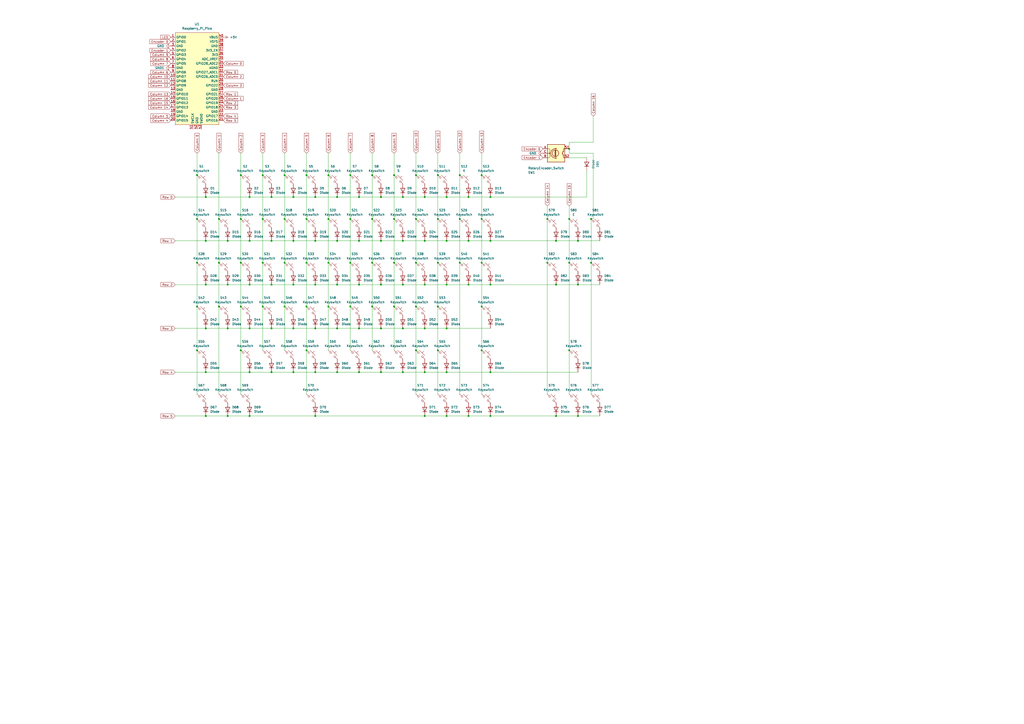
<source format=kicad_sch>
(kicad_sch (version 20231120) (generator "eeschema") (generator_version "8.0")
  (paper "A2")
  (junction (at 203.2 101.6))
  (junction (at 139.7 203.2))
  (junction (at 182.88 190.5))
  (junction (at 220.98 114.3))
  (junction (at 241.3 101.6))
  (junction (at 157.48 139.7))
  (junction (at 220.98 139.7))
  (junction (at 144.78 241.3))
  (junction (at 322.58 139.7))
  (junction (at 241.3 177.8))
  (junction (at 177.8 127))
  (junction (at 165.1 177.8))
  (junction (at 182.88 139.7))
  (junction (at 259.08 190.5))
  (junction (at 182.88 241.3))
  (junction (at 241.3 152.4))
  (junction (at 284.48 139.7))
  (junction (at 195.58 190.5))
  (junction (at 119.38 215.9))
  (junction (at 335.28 241.3))
  (junction (at 215.9 127))
  (junction (at 246.38 190.5))
  (junction (at 203.2 127))
  (junction (at 215.9 177.8))
  (junction (at 114.3 127))
  (junction (at 233.68 190.5))
  (junction (at 157.48 215.9))
  (junction (at 170.18 114.3))
  (junction (at 266.7 101.6))
  (junction (at 271.78 241.3))
  (junction (at 254 152.4))
  (junction (at 246.38 114.3))
  (junction (at 259.08 139.7))
  (junction (at 114.3 203.2))
  (junction (at 152.4 101.6))
  (junction (at 203.2 177.8))
  (junction (at 170.18 190.5))
  (junction (at 114.3 152.4))
  (junction (at 259.08 241.3))
  (junction (at 330.2 127))
  (junction (at 233.68 139.7))
  (junction (at 195.58 114.3))
  (junction (at 228.6 177.8))
  (junction (at 259.08 215.9))
  (junction (at 254 127))
  (junction (at 266.7 152.4))
  (junction (at 228.6 101.6))
  (junction (at 144.78 139.7))
  (junction (at 241.3 127))
  (junction (at 246.38 241.3))
  (junction (at 182.88 165.1))
  (junction (at 177.8 177.8))
  (junction (at 195.58 139.7))
  (junction (at 279.4 127))
  (junction (at 259.08 114.3))
  (junction (at 119.38 241.3))
  (junction (at 330.2 86.36))
  (junction (at 195.58 215.9))
  (junction (at 182.88 215.9))
  (junction (at 233.68 215.9))
  (junction (at 139.7 177.8))
  (junction (at 152.4 152.4))
  (junction (at 220.98 190.5))
  (junction (at 317.5 152.4))
  (junction (at 177.8 152.4))
  (junction (at 170.18 165.1))
  (junction (at 144.78 165.1))
  (junction (at 165.1 152.4))
  (junction (at 279.4 177.8))
  (junction (at 233.68 114.3))
  (junction (at 342.9 127))
  (junction (at 144.78 114.3))
  (junction (at 170.18 139.7))
  (junction (at 165.1 101.6))
  (junction (at 322.58 241.3))
  (junction (at 152.4 177.8))
  (junction (at 139.7 127))
  (junction (at 165.1 127))
  (junction (at 246.38 165.1))
  (junction (at 208.28 190.5))
  (junction (at 259.08 165.1))
  (junction (at 271.78 139.7))
  (junction (at 246.38 139.7))
  (junction (at 132.08 139.7))
  (junction (at 254 101.6))
  (junction (at 157.48 114.3))
  (junction (at 182.88 114.3))
  (junction (at 220.98 165.1))
  (junction (at 127 152.4))
  (junction (at 317.5 127))
  (junction (at 132.08 241.3))
  (junction (at 119.38 190.5))
  (junction (at 322.58 165.1))
  (junction (at 271.78 165.1))
  (junction (at 335.28 165.1))
  (junction (at 152.4 127))
  (junction (at 266.7 127))
  (junction (at 139.7 152.4))
  (junction (at 139.7 101.6))
  (junction (at 195.58 165.1))
  (junction (at 215.9 101.6))
  (junction (at 215.9 152.4))
  (junction (at 330.2 152.4))
  (junction (at 177.8 203.2))
  (junction (at 177.8 101.6))
  (junction (at 190.5 152.4))
  (junction (at 203.2 152.4))
  (junction (at 284.48 241.3))
  (junction (at 246.38 215.9))
  (junction (at 190.5 127))
  (junction (at 342.9 152.4))
  (junction (at 208.28 114.3))
  (junction (at 114.3 177.8))
  (junction (at 233.68 165.1))
  (junction (at 119.38 114.3))
  (junction (at 132.08 165.1))
  (junction (at 284.48 114.3))
  (junction (at 157.48 165.1))
  (junction (at 220.98 215.9))
  (junction (at 330.2 203.2))
  (junction (at 114.3 101.6))
  (junction (at 254 203.2))
  (junction (at 144.78 215.9))
  (junction (at 279.4 101.6))
  (junction (at 241.3 203.2))
  (junction (at 157.48 190.5))
  (junction (at 271.78 114.3))
  (junction (at 284.48 165.1))
  (junction (at 119.38 165.1))
  (junction (at 279.4 152.4))
  (junction (at 208.28 139.7))
  (junction (at 132.08 190.5))
  (junction (at 208.28 165.1))
  (junction (at 228.6 127))
  (junction (at 190.5 101.6))
  (junction (at 119.38 139.7))
  (junction (at 279.4 203.2))
  (junction (at 335.28 139.7))
  (junction (at 170.18 215.9))
  (junction (at 208.28 215.9))
  (junction (at 127 177.8))
  (junction (at 228.6 152.4))
  (junction (at 190.5 177.8))
  (junction (at 254 177.8))
  (junction (at 284.48 215.9))
  (junction (at 127 127))
  (junction (at 144.78 190.5))
  (wire (pts (xy 233.68 114.3) (xy 246.38 114.3)))
  (wire (pts (xy 139.7 177.8) (xy 139.7 203.2)))
  (wire (pts (xy 330.2 119.38) (xy 330.2 127)))
  (wire (pts (xy 170.18 165.1) (xy 182.88 165.1)))
  (wire (pts (xy 157.48 114.3) (xy 170.18 114.3)))
  (wire (pts (xy 203.2 152.4) (xy 203.2 177.8)))
  (wire (pts (xy 322.58 241.3) (xy 335.28 241.3)))
  (wire (pts (xy 241.3 177.8) (xy 241.3 203.2)))
  (wire (pts (xy 127 127) (xy 127 152.4)))
  (wire (pts (xy 322.58 139.7) (xy 335.28 139.7)))
  (wire (pts (xy 317.5 119.38) (xy 317.5 127)))
  (wire (pts (xy 114.3 127) (xy 114.3 152.4)))
  (wire (pts (xy 101.6 190.5) (xy 119.38 190.5)))
  (wire (pts (xy 228.6 101.6) (xy 228.6 127)))
  (wire (pts (xy 208.28 190.5) (xy 220.98 190.5)))
  (wire (pts (xy 195.58 190.5) (xy 208.28 190.5)))
  (wire (pts (xy 340.36 91.44) (xy 330.2 91.44)))
  (wire (pts (xy 259.08 215.9) (xy 284.48 215.9)))
  (wire (pts (xy 157.48 190.5) (xy 170.18 190.5)))
  (wire (pts (xy 228.6 127) (xy 228.6 152.4)))
  (wire (pts (xy 139.7 101.6) (xy 139.7 127)))
  (wire (pts (xy 271.78 139.7) (xy 284.48 139.7)))
  (wire (pts (xy 170.18 139.7) (xy 182.88 139.7)))
  (wire (pts (xy 271.78 241.3) (xy 284.48 241.3)))
  (wire (pts (xy 190.5 101.6) (xy 190.5 127)))
  (wire (pts (xy 152.4 101.6) (xy 152.4 127)))
  (wire (pts (xy 335.28 165.1) (xy 347.98 165.1)))
  (wire (pts (xy 342.9 127) (xy 342.9 152.4)))
  (wire (pts (xy 208.28 139.7) (xy 220.98 139.7)))
  (wire (pts (xy 114.3 152.4) (xy 114.3 177.8)))
  (wire (pts (xy 254 177.8) (xy 254 203.2)))
  (wire (pts (xy 279.4 152.4) (xy 279.4 177.8)))
  (wire (pts (xy 208.28 114.3) (xy 220.98 114.3)))
  (wire (pts (xy 119.38 165.1) (xy 132.08 165.1)))
  (wire (pts (xy 144.78 139.7) (xy 157.48 139.7)))
  (wire (pts (xy 152.4 177.8) (xy 152.4 203.2)))
  (wire (pts (xy 335.28 139.7) (xy 347.98 139.7)))
  (wire (pts (xy 220.98 215.9) (xy 233.68 215.9)))
  (wire (pts (xy 241.3 152.4) (xy 241.3 177.8)))
  (wire (pts (xy 157.48 215.9) (xy 170.18 215.9)))
  (wire (pts (xy 132.08 139.7) (xy 144.78 139.7)))
  (wire (pts (xy 190.5 152.4) (xy 190.5 177.8)))
  (wire (pts (xy 259.08 139.7) (xy 271.78 139.7)))
  (wire (pts (xy 215.9 88.9) (xy 215.9 101.6)))
  (wire (pts (xy 119.38 241.3) (xy 132.08 241.3)))
  (wire (pts (xy 101.6 165.1) (xy 119.38 165.1)))
  (wire (pts (xy 215.9 101.6) (xy 215.9 127)))
  (wire (pts (xy 177.8 177.8) (xy 177.8 203.2)))
  (wire (pts (xy 182.88 114.3) (xy 195.58 114.3)))
  (wire (pts (xy 228.6 152.4) (xy 228.6 177.8)))
  (wire (pts (xy 241.3 101.6) (xy 241.3 127)))
  (wire (pts (xy 127 88.9) (xy 127 127)))
  (wire (pts (xy 279.4 127) (xy 279.4 152.4)))
  (wire (pts (xy 144.78 165.1) (xy 157.48 165.1)))
  (wire (pts (xy 241.3 88.9) (xy 241.3 101.6)))
  (wire (pts (xy 330.2 127) (xy 330.2 152.4)))
  (wire (pts (xy 195.58 139.7) (xy 208.28 139.7)))
  (wire (pts (xy 132.08 165.1) (xy 144.78 165.1)))
  (wire (pts (xy 170.18 215.9) (xy 182.88 215.9)))
  (wire (pts (xy 220.98 114.3) (xy 233.68 114.3)))
  (wire (pts (xy 271.78 165.1) (xy 284.48 165.1)))
  (wire (pts (xy 246.38 190.5) (xy 259.08 190.5)))
  (wire (pts (xy 139.7 152.4) (xy 139.7 177.8)))
  (wire (pts (xy 114.3 203.2) (xy 114.3 228.6)))
  (wire (pts (xy 344.17 88.9) (xy 330.2 88.9)))
  (wire (pts (xy 195.58 215.9) (xy 208.28 215.9)))
  (wire (pts (xy 241.3 203.2) (xy 241.3 228.6)))
  (wire (pts (xy 127 152.4) (xy 127 177.8)))
  (wire (pts (xy 330.2 203.2) (xy 330.2 228.6)))
  (wire (pts (xy 203.2 127) (xy 203.2 152.4)))
  (wire (pts (xy 144.78 215.9) (xy 157.48 215.9)))
  (wire (pts (xy 317.5 127) (xy 317.5 152.4)))
  (wire (pts (xy 139.7 88.9) (xy 139.7 101.6)))
  (wire (pts (xy 177.8 127) (xy 177.8 152.4)))
  (wire (pts (xy 190.5 88.9) (xy 190.5 101.6)))
  (wire (pts (xy 330.2 86.36) (xy 330.2 82.55)))
  (wire (pts (xy 220.98 165.1) (xy 233.68 165.1)))
  (wire (pts (xy 165.1 127) (xy 165.1 152.4)))
  (wire (pts (xy 233.68 190.5) (xy 246.38 190.5)))
  (wire (pts (xy 152.4 152.4) (xy 152.4 177.8)))
  (wire (pts (xy 139.7 203.2) (xy 139.7 228.6)))
  (wire (pts (xy 190.5 177.8) (xy 190.5 203.2)))
  (wire (pts (xy 233.68 165.1) (xy 246.38 165.1)))
  (wire (pts (xy 344.17 127) (xy 342.9 127)))
  (wire (pts (xy 182.88 241.3) (xy 246.38 241.3)))
  (wire (pts (xy 344.17 127) (xy 344.17 88.9)))
  (wire (pts (xy 195.58 114.3) (xy 208.28 114.3)))
  (wire (pts (xy 246.38 241.3) (xy 259.08 241.3)))
  (wire (pts (xy 335.28 241.3) (xy 347.98 241.3)))
  (wire (pts (xy 182.88 165.1) (xy 195.58 165.1)))
  (wire (pts (xy 101.6 114.3) (xy 119.38 114.3)))
  (wire (pts (xy 182.88 215.9) (xy 195.58 215.9)))
  (wire (pts (xy 254 88.9) (xy 254 101.6)))
  (wire (pts (xy 246.38 215.9) (xy 259.08 215.9)))
  (wire (pts (xy 284.48 139.7) (xy 322.58 139.7)))
  (wire (pts (xy 170.18 114.3) (xy 182.88 114.3)))
  (wire (pts (xy 119.38 139.7) (xy 132.08 139.7)))
  (wire (pts (xy 284.48 215.9) (xy 335.28 215.9)))
  (wire (pts (xy 266.7 88.9) (xy 266.7 101.6)))
  (wire (pts (xy 203.2 177.8) (xy 203.2 203.2)))
  (wire (pts (xy 152.4 88.9) (xy 152.4 101.6)))
  (wire (pts (xy 254 127) (xy 254 152.4)))
  (wire (pts (xy 279.4 203.2) (xy 279.4 228.6)))
  (wire (pts (xy 165.1 101.6) (xy 165.1 127)))
  (wire (pts (xy 127 177.8) (xy 127 228.6)))
  (wire (pts (xy 119.38 114.3) (xy 144.78 114.3)))
  (wire (pts (xy 259.08 241.3) (xy 271.78 241.3)))
  (wire (pts (xy 114.3 101.6) (xy 114.3 127)))
  (wire (pts (xy 228.6 177.8) (xy 228.6 203.2)))
  (wire (pts (xy 259.08 114.3) (xy 271.78 114.3)))
  (wire (pts (xy 119.38 215.9) (xy 144.78 215.9)))
  (wire (pts (xy 139.7 127) (xy 139.7 152.4)))
  (wire (pts (xy 330.2 82.55) (xy 344.17 82.55)))
  (wire (pts (xy 177.8 101.6) (xy 177.8 127)))
  (wire (pts (xy 157.48 139.7) (xy 170.18 139.7)))
  (wire (pts (xy 215.9 177.8) (xy 215.9 203.2)))
  (wire (pts (xy 119.38 190.5) (xy 132.08 190.5)))
  (wire (pts (xy 215.9 127) (xy 215.9 152.4)))
  (wire (pts (xy 203.2 88.9) (xy 203.2 101.6)))
  (wire (pts (xy 317.5 152.4) (xy 317.5 228.6)))
  (wire (pts (xy 279.4 101.6) (xy 279.4 127)))
  (wire (pts (xy 190.5 127) (xy 190.5 152.4)))
  (wire (pts (xy 279.4 88.9) (xy 279.4 101.6)))
  (wire (pts (xy 165.1 177.8) (xy 165.1 203.2)))
  (wire (pts (xy 114.3 177.8) (xy 114.3 203.2)))
  (wire (pts (xy 132.08 241.3) (xy 144.78 241.3)))
  (wire (pts (xy 144.78 114.3) (xy 157.48 114.3)))
  (wire (pts (xy 344.17 82.55) (xy 344.17 67.31)))
  (wire (pts (xy 284.48 114.3) (xy 340.36 114.3)))
  (wire (pts (xy 259.08 190.5) (xy 284.48 190.5)))
  (wire (pts (xy 233.68 215.9) (xy 246.38 215.9)))
  (wire (pts (xy 182.88 139.7) (xy 195.58 139.7)))
  (wire (pts (xy 177.8 88.9) (xy 177.8 101.6)))
  (wire (pts (xy 220.98 190.5) (xy 233.68 190.5)))
  (wire (pts (xy 271.78 114.3) (xy 284.48 114.3)))
  (wire (pts (xy 279.4 177.8) (xy 279.4 203.2)))
  (wire (pts (xy 208.28 215.9) (xy 220.98 215.9)))
  (wire (pts (xy 195.58 165.1) (xy 208.28 165.1)))
  (wire (pts (xy 215.9 152.4) (xy 215.9 177.8)))
  (wire (pts (xy 157.48 165.1) (xy 170.18 165.1)))
  (wire (pts (xy 228.6 88.9) (xy 228.6 101.6)))
  (wire (pts (xy 266.7 127) (xy 266.7 152.4)))
  (wire (pts (xy 152.4 127) (xy 152.4 152.4)))
  (wire (pts (xy 233.68 139.7) (xy 246.38 139.7)))
  (wire (pts (xy 246.38 139.7) (xy 259.08 139.7)))
  (wire (pts (xy 182.88 190.5) (xy 195.58 190.5)))
  (wire (pts (xy 342.9 152.4) (xy 342.9 228.6)))
  (wire (pts (xy 340.36 114.3) (xy 340.36 99.06)))
  (wire (pts (xy 101.6 215.9) (xy 119.38 215.9)))
  (wire (pts (xy 208.28 165.1) (xy 220.98 165.1)))
  (wire (pts (xy 170.18 190.5) (xy 182.88 190.5)))
  (wire (pts (xy 132.08 190.5) (xy 144.78 190.5)))
  (wire (pts (xy 246.38 165.1) (xy 259.08 165.1)))
  (wire (pts (xy 284.48 165.1) (xy 322.58 165.1)))
  (wire (pts (xy 284.48 241.3) (xy 322.58 241.3)))
  (wire (pts (xy 322.58 165.1) (xy 335.28 165.1)))
  (wire (pts (xy 241.3 127) (xy 241.3 152.4)))
  (wire (pts (xy 101.6 241.3) (xy 119.38 241.3)))
  (wire (pts (xy 144.78 241.3) (xy 182.88 241.3)))
  (wire (pts (xy 330.2 88.9) (xy 330.2 86.36)))
  (wire (pts (xy 254 203.2) (xy 254 228.6)))
  (wire (pts (xy 114.3 88.9) (xy 114.3 101.6)))
  (wire (pts (xy 259.08 165.1) (xy 271.78 165.1)))
  (wire (pts (xy 177.8 152.4) (xy 177.8 177.8)))
  (wire (pts (xy 144.78 190.5) (xy 157.48 190.5)))
  (wire (pts (xy 165.1 152.4) (xy 165.1 177.8)))
  (wire (pts (xy 266.7 101.6) (xy 266.7 127)))
  (wire (pts (xy 101.6 139.7) (xy 119.38 139.7)))
  (wire (pts (xy 266.7 152.4) (xy 266.7 228.6)))
  (wire (pts (xy 177.8 203.2) (xy 177.8 228.6)))
  (wire (pts (xy 165.1 88.9) (xy 165.1 101.6)))
  (wire (pts (xy 254 152.4) (xy 254 177.8)))
  (wire (pts (xy 203.2 101.6) (xy 203.2 127)))
  (wire (pts (xy 254 101.6) (xy 254 127)))
  (wire (pts (xy 330.2 152.4) (xy 330.2 203.2)))
  (wire (pts (xy 246.38 114.3) (xy 259.08 114.3)))
  (wire (pts (xy 220.98 139.7) (xy 233.68 139.7)))
  (global_label "Row 0" (shape input) (at 129.54 41.91 0) (property "Intersheetrefs" "${INTERSHEET_REFS}" (effects (hide yes))))
  (global_label "Column 13" (shape input) (at 99.06 54.61 180) (property "Intersheetrefs" "${INTERSHEET_REFS}" (effects (hide yes))))
  (global_label "Column 0" (shape input) (at 129.54 36.83 0) (property "Intersheetrefs" "${INTERSHEET_REFS}" (effects (hide yes))))
  (global_label "Row 1" (shape input) (at 101.6 139.7 180) (property "Intersheetrefs" "${INTERSHEET_REFS}" (effects (hide yes))))
  (global_label "Row 5" (shape input) (at 101.6 241.3 180) (property "Intersheetrefs" "${INTERSHEET_REFS}" (effects (hide yes))))
  (global_label "Column 1" (shape input) (at 127 88.9 90) (property "Intersheetrefs" "${INTERSHEET_REFS}" (effects (hide yes))))
  (global_label "Column 8" (shape input) (at 99.06 34.29 180) (property "Intersheetrefs" "${INTERSHEET_REFS}" (effects (hide yes))))
  (global_label "Row 3" (shape input) (at 101.6 190.5 180) (property "Intersheetrefs" "${INTERSHEET_REFS}" (effects (hide yes))))
  (global_label "Row 2" (shape input) (at 101.6 165.1 180) (property "Intersheetrefs" "${INTERSHEET_REFS}" (effects (hide yes))))
  (global_label "Column 6" (shape input) (at 99.06 41.91 180) (property "Intersheetrefs" "${INTERSHEET_REFS}" (effects (hide yes))))
  (global_label "Column 12" (shape input) (at 266.7 88.9 90) (property "Intersheetrefs" "${INTERSHEET_REFS}" (effects (hide yes))))
  (global_label "Column 10" (shape input) (at 99.06 44.45 180) (property "Intersheetrefs" "${INTERSHEET_REFS}" (effects (hide yes))))
  (global_label "Column 4" (shape input) (at 99.06 69.85 180) (property "Intersheetrefs" "${INTERSHEET_REFS}" (effects (hide yes))))
  (global_label "Row 1" (shape input) (at 129.54 54.61 0) (property "Intersheetrefs" "${INTERSHEET_REFS}" (effects (hide yes))))
  (global_label "Column 11" (shape input) (at 254 88.9 90) (property "Intersheetrefs" "${INTERSHEET_REFS}" (effects (hide yes))))
  (global_label "Column 9" (shape input) (at 228.6 88.9 90) (property "Intersheetrefs" "${INTERSHEET_REFS}" (effects (hide yes))))
  (global_label "LED" (shape input) (at 99.06 21.59 180) (property "Intersheetrefs" "${INTERSHEET_REFS}" (effects (hide yes))))
  (global_label "Encoder 0" (shape input) (at 99.06 24.13 180) (property "Intersheetrefs" "${INTERSHEET_REFS}" (effects (hide yes))))
  (global_label "Column 5" (shape input) (at 177.8 88.9 90) (property "Intersheetrefs" "${INTERSHEET_REFS}" (effects (hide yes))))
  (global_label "Encoder 1" (shape input) (at 99.06 29.21 180) (property "Intersheetrefs" "${INTERSHEET_REFS}" (effects (hide yes))))
  (global_label "Column 16" (shape input) (at 99.06 57.15 180) (property "Intersheetrefs" "${INTERSHEET_REFS}" (effects (hide yes))))
  (global_label "Column 7" (shape input) (at 99.06 36.83 180) (property "Intersheetrefs" "${INTERSHEET_REFS}" (effects (hide yes))))
  (global_label "Column 12" (shape input) (at 99.06 49.53 180) (property "Intersheetrefs" "${INTERSHEET_REFS}" (effects (hide yes))))
  (global_label "Column 3" (shape input) (at 129.54 49.53 0) (property "Intersheetrefs" "${INTERSHEET_REFS}" (effects (hide yes))))
  (global_label "Row 4" (shape input) (at 101.6 215.9 180) (property "Intersheetrefs" "${INTERSHEET_REFS}" (effects (hide yes))))
  (global_label "Row 0" (shape input) (at 101.6 114.3 180) (property "Intersheetrefs" "${INTERSHEET_REFS}" (effects (hide yes))))
  (global_label "Column 3" (shape input) (at 152.4 88.9 90) (property "Intersheetrefs" "${INTERSHEET_REFS}" (effects (hide yes))))
  (global_label "Column 6" (shape input) (at 190.5 88.9 90) (property "Intersheetrefs" "${INTERSHEET_REFS}" (effects (hide yes))))
  (global_label "Column 15" (shape input) (at 330.2 119.38 90) (property "Intersheetrefs" "${INTERSHEET_REFS}" (effects (hide yes))))
  (global_label "Column 14" (shape input) (at 99.06 62.23 180) (property "Intersheetrefs" "${INTERSHEET_REFS}" (effects (hide yes))))
  (global_label "Column 8" (shape input) (at 215.9 88.9 90) (property "Intersheetrefs" "${INTERSHEET_REFS}" (effects (hide yes))))
  (global_label "Column 14" (shape input) (at 317.5 119.38 90) (property "Intersheetrefs" "${INTERSHEET_REFS}" (effects (hide yes))))
  (global_label "Row 5" (shape input) (at 129.54 69.85 0) (property "Intersheetrefs" "${INTERSHEET_REFS}" (effects (hide yes))))
  (global_label "Column 9" (shape input) (at 99.06 31.75 180) (property "Intersheetrefs" "${INTERSHEET_REFS}" (effects (hide yes))))
  (global_label "Column 1" (shape input) (at 129.54 57.15 0) (property "Intersheetrefs" "${INTERSHEET_REFS}" (effects (hide yes))))
  (global_label "Column 16" (shape input) (at 344.17 67.31 90) (property "Intersheetrefs" "${INTERSHEET_REFS}" (effects (hide yes))))
  (global_label "Row 3" (shape input) (at 129.54 62.23 0) (property "Intersheetrefs" "${INTERSHEET_REFS}" (effects (hide yes))))
  (global_label "Column 2" (shape input) (at 139.7 88.9 90) (property "Intersheetrefs" "${INTERSHEET_REFS}" (effects (hide yes))))
  (global_label "Column 10" (shape input) (at 241.3 88.9 90) (property "Intersheetrefs" "${INTERSHEET_REFS}" (effects (hide yes))))
  (global_label "Column 2" (shape input) (at 129.54 44.45 0) (property "Intersheetrefs" "${INTERSHEET_REFS}" (effects (hide yes))))
  (global_label "Column 7" (shape input) (at 203.2 88.9 90) (property "Intersheetrefs" "${INTERSHEET_REFS}" (effects (hide yes))))
  (global_label "Encoder 0" (shape input) (at 314.96 86.36 180) (property "Intersheetrefs" "${INTERSHEET_REFS}" (effects (hide yes))))
  (global_label "Row 2" (shape input) (at 129.54 59.69 0) (property "Intersheetrefs" "${INTERSHEET_REFS}" (effects (hide yes))))
  (global_label "Column 0" (shape input) (at 114.3 88.9 90) (property "Intersheetrefs" "${INTERSHEET_REFS}" (effects (hide yes))))
  (global_label "Column 15" (shape input) (at 99.06 59.69 180) (property "Intersheetrefs" "${INTERSHEET_REFS}" (effects (hide yes))))
  (global_label "Row 4" (shape input) (at 129.54 67.31 0) (property "Intersheetrefs" "${INTERSHEET_REFS}" (effects (hide yes))))
  (global_label "Column 5" (shape input) (at 99.06 67.31 180) (property "Intersheetrefs" "${INTERSHEET_REFS}" (effects (hide yes))))
  (global_label "Column 13" (shape input) (at 279.4 88.9 90) (property "Intersheetrefs" "${INTERSHEET_REFS}" (effects (hide yes))))
  (global_label "Column 11" (shape input) (at 99.06 46.99 180) (property "Intersheetrefs" "${INTERSHEET_REFS}" (effects (hide yes))))
  (global_label "Column 4" (shape input) (at 165.1 88.9 90) (property "Intersheetrefs" "${INTERSHEET_REFS}" (effects (hide yes))))
  (global_label "Encoder 1" (shape input) (at 314.96 91.44 180) (property "Intersheetrefs" "${INTERSHEET_REFS}" (effects (hide yes))))
  (symbol (lib_id "ScottoKeebs:Placeholder_Keyswitch") (at 256.54 205.74 0) (unit 1)
    (property "Reference" "S65" (at 256.54 198.12 0))
    (property "Value" "Keyswitch" (at 256.54 200.66 0))
    (property "Footprint" "ScottoKeebs_MX:MX_PCB_1.00u" (effects (hide yes)))
    (property "Description" "Push button switch, normally open, two pins, 45° tilted" (effects (hide yes)))
  )
  (symbol (lib_id "ScottoKeebs:Placeholder_Diode") (at 182.88 135.89 90) (unit 1)
    (property "Reference" "D19" (at 185.42 134.6199 90) (effects (justify right)))
    (property "Value" "Diode" (at 185.42 137.1599 90) (effects (justify right)))
    (property "Footprint" "ScottoKeebs_Components:Diode_DO-35" (effects (hide yes)))
    (property "Description" "1N4148 (DO-35) or 1N4148W (SOD-123)" (effects (hide yes)))
    (property "Sim.Device" "D" (effects (hide yes)))
    (property "Sim.Pins" "1=K 2=A" (effects (hide yes)))
  )
  (symbol (lib_id "ScottoKeebs:Placeholder_Keyswitch") (at 154.94 205.74 0) (unit 1)
    (property "Reference" "S57" (at 154.94 198.12 0))
    (property "Value" "Keyswitch" (at 154.94 200.66 0))
    (property "Footprint" "ScottoKeebs_MX:MX_PCB_1.00u" (effects (hide yes)))
    (property "Description" "Push button switch, normally open, two pins, 45° tilted" (effects (hide yes)))
  )
  (symbol (lib_id "ScottoKeebs:Placeholder_Diode") (at 347.98 135.89 90) (unit 1)
    (property "Reference" "D81" (at 350.52 134.6199 90) (effects (justify right)))
    (property "Value" "Diode" (at 350.52 137.1599 90) (effects (justify right)))
    (property "Footprint" "ScottoKeebs_Components:Diode_DO-35" (effects (hide yes)))
    (property "Description" "1N4148 (DO-35) or 1N4148W (SOD-123)" (effects (hide yes)))
    (property "Sim.Device" "D" (effects (hide yes)))
    (property "Sim.Pins" "1=K 2=A" (effects (hide yes)))
  )
  (symbol (lib_id "ScottoKeebs:Placeholder_Keyswitch") (at 332.74 205.74 0) (unit 1)
    (property "Reference" "S78" (at 332.74 198.12 0))
    (property "Value" "Keyswitch" (at 332.74 200.66 0))
    (property "Footprint" "ScottoKeebs_MX:MX_PCB_1.00u" (effects (hide yes)))
    (property "Description" "Push button switch, normally open, two pins, 45° tilted" (effects (hide yes)))
  )
  (symbol (lib_id "ScottoKeebs:Placeholder_Keyswitch") (at 154.94 180.34 0) (unit 1)
    (property "Reference" "S45" (at 154.94 172.72 0))
    (property "Value" "Keyswitch" (at 154.94 175.26 0))
    (property "Footprint" "ScottoKeebs_MX:MX_PCB_1.00u" (effects (hide yes)))
    (property "Description" "Push button switch, normally open, two pins, 45° tilted" (effects (hide yes)))
  )
  (symbol (lib_id "ScottoKeebs:Placeholder_Keyswitch") (at 154.94 154.94 0) (unit 1)
    (property "Reference" "S31" (at 154.94 147.32 0))
    (property "Value" "Keyswitch" (at 154.94 149.86 0))
    (property "Footprint" "ScottoKeebs_MX:MX_PCB_1.00u" (effects (hide yes)))
    (property "Description" "Push button switch, normally open, two pins, 45° tilted" (effects (hide yes)))
  )
  (symbol (lib_id "ScottoKeebs:Placeholder_Keyswitch") (at 281.94 129.54 0) (unit 1)
    (property "Reference" "S27" (at 281.94 121.92 0))
    (property "Value" "Keyswitch" (at 281.94 124.46 0))
    (property "Footprint" "ScottoKeebs_MX:MX_PCB_2.00u" (effects (hide yes)))
    (property "Description" "Push button switch, normally open, two pins, 45° tilted" (effects (hide yes)))
  )
  (symbol (lib_id "ScottoKeebs:Placeholder_Diode") (at 246.38 110.49 90) (unit 1)
    (property "Reference" "D10" (at 248.92 109.2199 90) (effects (justify right)))
    (property "Value" "Diode" (at 248.92 111.7599 90) (effects (justify right)))
    (property "Footprint" "ScottoKeebs_Components:Diode_DO-35" (effects (hide yes)))
    (property "Description" "1N4148 (DO-35) or 1N4148W (SOD-123)" (effects (hide yes)))
    (property "Sim.Device" "D" (effects (hide yes)))
    (property "Sim.Pins" "1=K 2=A" (effects (hide yes)))
  )
  (symbol (lib_id "power:GND") (at 99.06 26.67 270) (unit 1)
    (property "Reference" "#PWR02" (effects (hide yes)))
    (property "Value" "GND" (at 95.25 26.6699 90) (effects (justify right)))
    (property "Description" "Power symbol creates a global label with name \"GND\" , ground" (effects (hide yes)))
  )
  (symbol (lib_id "Device:RotaryEncoder_Switch") (at 322.58 88.9 0) (unit 1)
    (property "Reference" "SW1" (at 306.324 100.076 0) (effects (justify left)))
    (property "Value" "RotaryEncoder_Switch" (at 306.324 97.536 0) (effects (justify left)))
    (property "Footprint" "Rotary_Encoder:RotaryEncoder_Alps_EC11E-Switch_Vertical_H20mm" (effects (hide yes)))
    (property "Description" "Rotary encoder, dual channel, incremental quadrate outputs, with switch" (effects (hide yes)))
  )
  (symbol (lib_id "ScottoKeebs:Placeholder_Diode") (at 335.28 161.29 90) (unit 1)
    (property "Reference" "D83" (at 337.82 160.0199 90) (effects (justify right)))
    (property "Value" "Diode" (at 337.82 162.5599 90) (effects (justify right)))
    (property "Footprint" "ScottoKeebs_Components:Diode_DO-35" (effects (hide yes)))
    (property "Description" "1N4148 (DO-35) or 1N4148W (SOD-123)" (effects (hide yes)))
    (property "Sim.Device" "D" (effects (hide yes)))
    (property "Sim.Pins" "1=K 2=A" (effects (hide yes)))
  )
  (symbol (lib_id "ScottoKeebs:MCU_Raspberry_Pi_Pico") (at 114.3 45.72 0) (unit 1)
    (property "Reference" "U1" (at 114.3 13.97 0))
    (property "Value" "Raspberry_Pi_Pico" (at 114.3 16.51 0))
    (property "Footprint" "ScottoKeebs_MCU:Raspberry_Pi_Pico" (effects (hide yes)))
  )
  (symbol (lib_id "ScottoKeebs:Placeholder_Diode") (at 208.28 186.69 90) (unit 1)
    (property "Reference" "D49" (at 210.82 185.4199 90) (effects (justify right)))
    (property "Value" "Diode" (at 210.82 187.9599 90) (effects (justify right)))
    (property "Footprint" "ScottoKeebs_Components:Diode_DO-35" (effects (hide yes)))
    (property "Description" "1N4148 (DO-35) or 1N4148W (SOD-123)" (effects (hide yes)))
    (property "Sim.Device" "D" (effects (hide yes)))
    (property "Sim.Pins" "1=K 2=A" (effects (hide yes)))
  )
  (symbol (lib_id "ScottoKeebs:Placeholder_Diode") (at 170.18 161.29 90) (unit 1)
    (property "Reference" "D32" (at 172.72 160.0199 90) (effects (justify right)))
    (property "Value" "Diode" (at 172.72 162.5599 90) (effects (justify right)))
    (property "Footprint" "ScottoKeebs_Components:Diode_DO-35" (effects (hide yes)))
    (property "Description" "1N4148 (DO-35) or 1N4148W (SOD-123)" (effects (hide yes)))
    (property "Sim.Device" "D" (effects (hide yes)))
    (property "Sim.Pins" "1=K 2=A" (effects (hide yes)))
  )
  (symbol (lib_id "ScottoKeebs:Placeholder_Diode") (at 246.38 161.29 90) (unit 1)
    (property "Reference" "D38" (at 248.92 160.0199 90) (effects (justify right)))
    (property "Value" "Diode" (at 248.92 162.5599 90) (effects (justify right)))
    (property "Footprint" "ScottoKeebs_Components:Diode_DO-35" (effects (hide yes)))
    (property "Description" "1N4148 (DO-35) or 1N4148W (SOD-123)" (effects (hide yes)))
    (property "Sim.Device" "D" (effects (hide yes)))
    (property "Sim.Pins" "1=K 2=A" (effects (hide yes)))
  )
  (symbol (lib_id "ScottoKeebs:Placeholder_Diode") (at 335.28 212.09 90) (unit 1)
    (property "Reference" "D78" (at 337.82 210.8199 90) (effects (justify right)))
    (property "Value" "Diode" (at 337.82 213.3599 90) (effects (justify right)))
    (property "Footprint" "ScottoKeebs_Components:Diode_DO-35" (effects (hide yes)))
    (property "Description" "1N4148 (DO-35) or 1N4148W (SOD-123)" (effects (hide yes)))
    (property "Sim.Device" "D" (effects (hide yes)))
    (property "Sim.Pins" "1=K 2=A" (effects (hide yes)))
  )
  (symbol (lib_id "ScottoKeebs:Placeholder_Keyswitch") (at 129.54 154.94 0) (unit 1)
    (property "Reference" "S29" (at 129.54 147.32 0))
    (property "Value" "Keyswitch" (at 129.54 149.86 0))
    (property "Footprint" "ScottoKeebs_MX:MX_PCB_1.00u" (effects (hide yes)))
    (property "Description" "Push button switch, normally open, two pins, 45° tilted" (effects (hide yes)))
  )
  (symbol (lib_id "ScottoKeebs:Placeholder_Keyswitch") (at 193.04 154.94 0) (unit 1)
    (property "Reference" "S34" (at 193.04 147.32 0))
    (property "Value" "Keyswitch" (at 193.04 149.86 0))
    (property "Footprint" "ScottoKeebs_MX:MX_PCB_1.00u" (effects (hide yes)))
    (property "Description" "Push button switch, normally open, two pins, 45° tilted" (effects (hide yes)))
  )
  (symbol (lib_id "ScottoKeebs:Placeholder_Diode") (at 208.28 110.49 90) (unit 1)
    (property "Reference" "D7" (at 210.82 109.2199 90) (effects (justify right)))
    (property "Value" "Diode" (at 210.82 111.7599 90) (effects (justify right)))
    (property "Footprint" "ScottoKeebs_Components:Diode_DO-35" (effects (hide yes)))
    (property "Description" "1N4148 (DO-35) or 1N4148W (SOD-123)" (effects (hide yes)))
    (property "Sim.Device" "D" (effects (hide yes)))
    (property "Sim.Pins" "1=K 2=A" (effects (hide yes)))
  )
  (symbol (lib_id "ScottoKeebs:Placeholder_Keyswitch") (at 193.04 180.34 0) (unit 1)
    (property "Reference" "S48" (at 193.04 172.72 0))
    (property "Value" "Keyswitch" (at 193.04 175.26 0))
    (property "Footprint" "ScottoKeebs_MX:MX_PCB_1.00u" (effects (hide yes)))
    (property "Description" "Push button switch, normally open, two pins, 45° tilted" (effects (hide yes)))
  )
  (symbol (lib_id "ScottoKeebs:Placeholder_Keyswitch") (at 218.44 104.14 0) (unit 1)
    (property "Reference" "S8" (at 218.44 96.52 0))
    (property "Value" "Keyswitch" (at 218.44 99.06 0))
    (property "Footprint" "ScottoKeebs_MX:MX_PCB_1.00u" (effects (hide yes)))
    (property "Description" "Push button switch, normally open, two pins, 45° tilted" (effects (hide yes)))
  )
  (symbol (lib_id "ScottoKeebs:Placeholder_Diode") (at 144.78 161.29 90) (unit 1)
    (property "Reference" "D30" (at 147.32 160.0199 90) (effects (justify right)))
    (property "Value" "Diode" (at 147.32 162.5599 90) (effects (justify right)))
    (property "Footprint" "ScottoKeebs_Components:Diode_DO-35" (effects (hide yes)))
    (property "Description" "1N4148 (DO-35) or 1N4148W (SOD-123)" (effects (hide yes)))
    (property "Sim.Device" "D" (effects (hide yes)))
    (property "Sim.Pins" "1=K 2=A" (effects (hide yes)))
  )
  (symbol (lib_id "ScottoKeebs:Placeholder_Diode") (at 322.58 161.29 90) (unit 1)
    (property "Reference" "D82" (at 325.12 160.0199 90) (effects (justify right)))
    (property "Value" "Diode" (at 325.12 162.5599 90) (effects (justify right)))
    (property "Footprint" "ScottoKeebs_Components:Diode_DO-35" (effects (hide yes)))
    (property "Description" "1N4148 (DO-35) or 1N4148W (SOD-123)" (effects (hide yes)))
    (property "Sim.Device" "D" (effects (hide yes)))
    (property "Sim.Pins" "1=K 2=A" (effects (hide yes)))
  )
  (symbol (lib_id "ScottoKeebs:Placeholder_Keyswitch") (at 218.44 205.74 0) (unit 1)
    (property "Reference" "S62" (at 218.44 198.12 0))
    (property "Value" "Keyswitch" (at 218.44 200.66 0))
    (property "Footprint" "ScottoKeebs_MX:MX_PCB_1.00u" (effects (hide yes)))
    (property "Description" "Push button switch, normally open, two pins, 45° tilted" (effects (hide yes)))
  )
  (symbol (lib_id "ScottoKeebs:Placeholder_Diode") (at 132.08 161.29 90) (unit 1)
    (property "Reference" "D29" (at 134.62 160.0199 90) (effects (justify right)))
    (property "Value" "Diode" (at 134.62 162.5599 90) (effects (justify right)))
    (property "Footprint" "ScottoKeebs_Components:Diode_DO-35" (effects (hide yes)))
    (property "Description" "1N4148 (DO-35) or 1N4148W (SOD-123)" (effects (hide yes)))
    (property "Sim.Device" "D" (effects (hide yes)))
    (property "Sim.Pins" "1=K 2=A" (effects (hide yes)))
  )
  (symbol (lib_id "ScottoKeebs:Placeholder_Diode") (at 195.58 110.49 90) (unit 1)
    (property "Reference" "D6" (at 198.12 109.2199 90) (effects (justify right)))
    (property "Value" "Diode" (at 198.12 111.7599 90) (effects (justify right)))
    (property "Footprint" "ScottoKeebs_Components:Diode_DO-35" (effects (hide yes)))
    (property "Description" "1N4148 (DO-35) or 1N4148W (SOD-123)" (effects (hide yes)))
    (property "Sim.Device" "D" (effects (hide yes)))
    (property "Sim.Pins" "1=K 2=A" (effects (hide yes)))
  )
  (symbol (lib_id "ScottoKeebs:Placeholder_Diode") (at 132.08 186.69 90) (unit 1)
    (property "Reference" "D43" (at 134.62 185.4199 90) (effects (justify right)))
    (property "Value" "Diode" (at 134.62 187.9599 90) (effects (justify right)))
    (property "Footprint" "ScottoKeebs_Components:Diode_DO-35" (effects (hide yes)))
    (property "Description" "1N4148 (DO-35) or 1N4148W (SOD-123)" (effects (hide yes)))
    (property "Sim.Device" "D" (effects (hide yes)))
    (property "Sim.Pins" "1=K 2=A" (effects (hide yes)))
  )
  (symbol (lib_id "ScottoKeebs:Placeholder_Keyswitch") (at 116.84 104.14 0) (unit 1)
    (property "Reference" "S1" (at 116.84 96.52 0))
    (property "Value" "Keyswitch" (at 116.84 99.06 0))
    (property "Footprint" "ScottoKeebs_MX:MX_PCB_1.00u" (effects (hide yes)))
    (property "Description" "Push button switch, normally open, two pins, 45° tilted" (effects (hide yes)))
  )
  (symbol (lib_id "ScottoKeebs:Placeholder_Diode") (at 157.48 110.49 90) (unit 1)
    (property "Reference" "D3" (at 160.02 109.2199 90) (effects (justify right)))
    (property "Value" "Diode" (at 160.02 111.7599 90) (effects (justify right)))
    (property "Footprint" "ScottoKeebs_Components:Diode_DO-35" (effects (hide yes)))
    (property "Description" "1N4148 (DO-35) or 1N4148W (SOD-123)" (effects (hide yes)))
    (property "Sim.Device" "D" (effects (hide yes)))
    (property "Sim.Pins" "1=K 2=A" (effects (hide yes)))
  )
  (symbol (lib_id "ScottoKeebs:Placeholder_Keyswitch") (at 142.24 205.74 0) (unit 1)
    (property "Reference" "S56" (at 142.24 198.12 0))
    (property "Value" "Keyswitch" (at 142.24 200.66 0))
    (property "Footprint" "ScottoKeebs_MX:MX_PCB_1.00u" (effects (hide yes)))
    (property "Description" "Push button switch, normally open, two pins, 45° tilted" (effects (hide yes)))
  )
  (symbol (lib_id "ScottoKeebs:Placeholder_Diode") (at 284.48 237.49 90) (unit 1)
    (property "Reference" "D74" (at 287.02 236.2199 90) (effects (justify right)))
    (property "Value" "Diode" (at 287.02 238.7599 90) (effects (justify right)))
    (property "Footprint" "ScottoKeebs_Components:Diode_DO-35" (effects (hide yes)))
    (property "Description" "1N4148 (DO-35) or 1N4148W (SOD-123)" (effects (hide yes)))
    (property "Sim.Device" "D" (effects (hide yes)))
    (property "Sim.Pins" "1=K 2=A" (effects (hide yes)))
  )
  (symbol (lib_id "ScottoKeebs:Placeholder_Keyswitch") (at 180.34 129.54 0) (unit 1)
    (property "Reference" "S19" (at 180.34 121.92 0))
    (property "Value" "Keyswitch" (at 180.34 124.46 0))
    (property "Footprint" "ScottoKeebs_MX:MX_PCB_1.00u" (effects (hide yes)))
    (property "Description" "Push button switch, normally open, two pins, 45° tilted" (effects (hide yes)))
  )
  (symbol (lib_id "ScottoKeebs:Placeholder_Keyswitch") (at 320.04 129.54 0) (unit 1)
    (property "Reference" "S79" (at 320.04 121.92 0))
    (property "Value" "Keyswitch" (at 320.04 124.46 0))
    (property "Footprint" "ScottoKeebs_MX:MX_PCB_1.00u" (effects (hide yes)))
    (property "Description" "Push button switch, normally open, two pins, 45° tilted" (effects (hide yes)))
  )
  (symbol (lib_id "ScottoKeebs:Placeholder_Keyswitch") (at 345.44 231.14 0) (unit 1)
    (property "Reference" "S77" (at 345.44 223.52 0))
    (property "Value" "Keyswitch" (at 345.44 226.06 0))
    (property "Footprint" "ScottoKeebs_MX:MX_PCB_1.00u" (effects (hide yes)))
    (property "Description" "Push button switch, normally open, two pins, 45° tilted" (effects (hide yes)))
  )
  (symbol (lib_id "ScottoKeebs:Placeholder_Diode") (at 246.38 135.89 90) (unit 1)
    (property "Reference" "D24" (at 248.92 134.6199 90) (effects (justify right)))
    (property "Value" "Diode" (at 248.92 137.1599 90) (effects (justify right)))
    (property "Footprint" "ScottoKeebs_Components:Diode_DO-35" (effects (hide yes)))
    (property "Description" "1N4148 (DO-35) or 1N4148W (SOD-123)" (effects (hide yes)))
    (property "Sim.Device" "D" (effects (hide yes)))
    (property "Sim.Pins" "1=K 2=A" (effects (hide yes)))
  )
  (symbol (lib_id "ScottoKeebs:Placeholder_Keyswitch") (at 243.84 104.14 0) (unit 1)
    (property "Reference" "S10" (at 243.84 96.52 0))
    (property "Value" "Keyswitch" (at 243.84 99.06 0))
    (property "Footprint" "ScottoKeebs_MX:MX_PCB_1.00u" (effects (hide yes)))
    (property "Description" "Push button switch, normally open, two pins, 45° tilted" (effects (hide yes)))
  )
  (symbol (lib_id "ScottoKeebs:Placeholder_Diode") (at 119.38 212.09 90) (unit 1)
    (property "Reference" "D55" (at 121.92 210.8199 90) (effects (justify right)))
    (property "Value" "Diode" (at 121.92 213.3599 90) (effects (justify right)))
    (property "Footprint" "ScottoKeebs_Components:Diode_DO-35" (effects (hide yes)))
    (property "Description" "1N4148 (DO-35) or 1N4148W (SOD-123)" (effects (hide yes)))
    (property "Sim.Device" "D" (effects (hide yes)))
    (property "Sim.Pins" "1=K 2=A" (effects (hide yes)))
  )
  (symbol (lib_id "ScottoKeebs:Placeholder_Diode") (at 233.68 212.09 90) (unit 1)
    (property "Reference" "D63" (at 236.22 210.8199 90) (effects (justify right)))
    (property "Value" "Diode" (at 236.22 213.3599 90) (effects (justify right)))
    (property "Footprint" "ScottoKeebs_Components:Diode_DO-35" (effects (hide yes)))
    (property "Description" "1N4148 (DO-35) or 1N4148W (SOD-123)" (effects (hide yes)))
    (property "Sim.Device" "D" (effects (hide yes)))
    (property "Sim.Pins" "1=K 2=A" (effects (hide yes)))
  )
  (symbol (lib_id "ScottoKeebs:Placeholder_Keyswitch") (at 142.24 104.14 0) (unit 1)
    (property "Reference" "S2" (at 142.24 96.52 0))
    (property "Value" "Keyswitch" (at 142.24 99.06 0))
    (property "Footprint" "ScottoKeebs_MX:MX_PCB_1.00u" (effects (hide yes)))
    (property "Description" "Push button switch, normally open, two pins, 45° tilted" (effects (hide yes)))
  )
  (symbol (lib_id "ScottoKeebs:Placeholder_Diode") (at 246.38 186.69 90) (unit 1)
    (property "Reference" "D52" (at 248.92 185.4199 90) (effects (justify right)))
    (property "Value" "Diode" (at 248.92 187.9599 90) (effects (justify right)))
    (property "Footprint" "ScottoKeebs_Components:Diode_DO-35" (effects (hide yes)))
    (property "Description" "1N4148 (DO-35) or 1N4148W (SOD-123)" (effects (hide yes)))
    (property "Sim.Device" "D" (effects (hide yes)))
    (property "Sim.Pins" "1=K 2=A" (effects (hide yes)))
  )
  (symbol (lib_id "ScottoKeebs:Placeholder_Diode") (at 170.18 135.89 90) (unit 1)
    (property "Reference" "D18" (at 172.72 134.6199 90) (effects (justify right)))
    (property "Value" "Diode" (at 172.72 137.1599 90) (effects (justify right)))
    (property "Footprint" "ScottoKeebs_Components:Diode_DO-35" (effects (hide yes)))
    (property "Description" "1N4148 (DO-35) or 1N4148W (SOD-123)" (effects (hide yes)))
    (property "Sim.Device" "D" (effects (hide yes)))
    (property "Sim.Pins" "1=K 2=A" (effects (hide yes)))
  )
  (symbol (lib_id "ScottoKeebs:Placeholder_Diode") (at 119.38 186.69 90) (unit 1)
    (property "Reference" "D42" (at 121.92 185.4199 90) (effects (justify right)))
    (property "Value" "Diode" (at 121.92 187.9599 90) (effects (justify right)))
    (property "Footprint" "ScottoKeebs_Components:Diode_DO-35" (effects (hide yes)))
    (property "Description" "1N4148 (DO-35) or 1N4148W (SOD-123)" (effects (hide yes)))
    (property "Sim.Device" "D" (effects (hide yes)))
    (property "Sim.Pins" "1=K 2=A" (effects (hide yes)))
  )
  (symbol (lib_id "ScottoKeebs:Placeholder_Diode") (at 233.68 110.49 90) (unit 1)
    (property "Reference" "D9" (at 236.22 109.2199 90) (effects (justify right)))
    (property "Value" "Diode" (at 236.22 111.7599 90) (effects (justify right)))
    (property "Footprint" "ScottoKeebs_Components:Diode_DO-35" (effects (hide yes)))
    (property "Description" "1N4148 (DO-35) or 1N4148W (SOD-123)" (effects (hide yes)))
    (property "Sim.Device" "D" (effects (hide yes)))
    (property "Sim.Pins" "1=K 2=A" (effects (hide yes)))
  )
  (symbol (lib_id "ScottoKeebs:Placeholder_Diode") (at 259.08 212.09 90) (unit 1)
    (property "Reference" "D65" (at 261.62 210.8199 90) (effects (justify right)))
    (property "Value" "Diode" (at 261.62 213.3599 90) (effects (justify right)))
    (property "Footprint" "ScottoKeebs_Components:Diode_DO-35" (effects (hide yes)))
    (property "Description" "1N4148 (DO-35) or 1N4148W (SOD-123)" (effects (hide yes)))
    (property "Sim.Device" "D" (effects (hide yes)))
    (property "Sim.Pins" "1=K 2=A" (effects (hide yes)))
  )
  (symbol (lib_id "ScottoKeebs:Placeholder_Keyswitch") (at 167.64 104.14 0) (unit 1)
    (property "Reference" "S4" (at 167.64 96.52 0))
    (property "Value" "Keyswitch" (at 167.64 99.06 0))
    (property "Footprint" "ScottoKeebs_MX:MX_PCB_1.00u" (effects (hide yes)))
    (property "Description" "Push button switch, normally open, two pins, 45° tilted" (effects (hide yes)))
  )
  (symbol (lib_id "ScottoKeebs:Placeholder_Keyswitch") (at 193.04 129.54 0) (unit 1)
    (property "Reference" "S20" (at 193.04 121.92 0))
    (property "Value" "Keyswitch" (at 193.04 124.46 0))
    (property "Footprint" "ScottoKeebs_MX:MX_PCB_1.00u" (effects (hide yes)))
    (property "Description" "Push button switch, normally open, two pins, 45° tilted" (effects (hide yes)))
  )
  (symbol (lib_id "ScottoKeebs:Placeholder_Diode") (at 284.48 161.29 90) (unit 1)
    (property "Reference" "D41" (at 287.02 160.0199 90) (effects (justify right)))
    (property "Value" "Diode" (at 287.02 162.5599 90) (effects (justify right)))
    (property "Footprint" "ScottoKeebs_Components:Diode_DO-35" (effects (hide yes)))
    (property "Description" "1N4148 (DO-35) or 1N4148W (SOD-123)" (effects (hide yes)))
    (property "Sim.Device" "D" (effects (hide yes)))
    (property "Sim.Pins" "1=K 2=A" (effects (hide yes)))
  )
  (symbol (lib_id "ScottoKeebs:Placeholder_Keyswitch") (at 129.54 129.54 0) (unit 1)
    (property "Reference" "S15" (at 129.54 121.92 0))
    (property "Value" "Keyswitch" (at 129.54 124.46 0))
    (property "Footprint" "ScottoKeebs_MX:MX_PCB_1.00u" (effects (hide yes)))
    (property "Description" "Push button switch, normally open, two pins, 45° tilted" (effects (hide yes)))
  )
  (symbol (lib_id "ScottoKeebs:Placeholder_Keyswitch") (at 269.24 231.14 0) (unit 1)
    (property "Reference" "S73" (at 269.24 223.52 0))
    (property "Value" "Keyswitch" (at 269.24 226.06 0))
    (property "Footprint" "ScottoKeebs_MX:MX_PCB_1.25u" (effects (hide yes)))
    (property "Description" "Push button switch, normally open, two pins, 45° tilted" (effects (hide yes)))
  )
  (symbol (lib_id "ScottoKeebs:Placeholder_Diode") (at 220.98 161.29 90) (unit 1)
    (property "Reference" "D36" (at 223.52 160.0199 90) (effects (justify right)))
    (property "Value" "Diode" (at 223.52 162.5599 90) (effects (justify right)))
    (property "Footprint" "ScottoKeebs_Components:Diode_DO-35" (effects (hide yes)))
    (property "Description" "1N4148 (DO-35) or 1N4148W (SOD-123)" (effects (hide yes)))
    (property "Sim.Device" "D" (effects (hide yes)))
    (property "Sim.Pins" "1=K 2=A" (effects (hide yes)))
  )
  (symbol (lib_id "ScottoKeebs:Placeholder_Keyswitch") (at 193.04 104.14 0) (unit 1)
    (property "Reference" "S6" (at 193.04 96.52 0))
    (property "Value" "Keyswitch" (at 193.04 99.06 0))
    (property "Footprint" "ScottoKeebs_MX:MX_PCB_1.00u" (effects (hide yes)))
    (property "Description" "Push button switch, normally open, two pins, 45° tilted" (effects (hide yes)))
  )
  (symbol (lib_id "ScottoKeebs:Placeholder_Keyswitch") (at 129.54 180.34 0) (unit 1)
    (property "Reference" "S43" (at 129.54 172.72 0))
    (property "Value" "Keyswitch" (at 129.54 175.26 0))
    (property "Footprint" "ScottoKeebs_MX:MX_PCB_1.00u" (effects (hide yes)))
    (property "Description" "Push button switch, normally open, two pins, 45° tilted" (effects (hide yes)))
  )
  (symbol (lib_id "ScottoKeebs:Placeholder_Diode") (at 347.98 161.29 90) (unit 1)
    (property "Reference" "D84" (at 350.52 160.0199 90) (effects (justify right)))
    (property "Value" "Diode" (at 350.52 162.5599 90) (effects (justify right)))
    (property "Footprint" "ScottoKeebs_Components:Diode_DO-35" (effects (hide yes)))
    (property "Description" "1N4148 (DO-35) or 1N4148W (SOD-123)" (effects (hide yes)))
    (property "Sim.Device" "D" (effects (hide yes)))
    (property "Sim.Pins" "1=K 2=A" (effects (hide yes)))
  )
  (symbol (lib_id "ScottoKeebs:Placeholder_Keyswitch") (at 180.34 104.14 0) (unit 1)
    (property "Reference" "S5" (at 180.34 96.52 0))
    (property "Value" "Keyswitch" (at 180.34 99.06 0))
    (property "Footprint" "ScottoKeebs_MX:MX_PCB_1.00u" (effects (hide yes)))
    (property "Description" "Push button switch, normally open, two pins, 45° tilted" (effects (hide yes)))
  )
  (symbol (lib_id "ScottoKeebs:Placeholder_Diode") (at 259.08 110.49 90) (unit 1)
    (property "Reference" "D11" (at 261.62 109.2199 90) (effects (justify right)))
    (property "Value" "Diode" (at 261.62 111.7599 90) (effects (justify right)))
    (property "Footprint" "ScottoKeebs_Components:Diode_DO-35" (effects (hide yes)))
    (property "Description" "1N4148 (DO-35) or 1N4148W (SOD-123)" (effects (hide yes)))
    (property "Sim.Device" "D" (effects (hide yes)))
    (property "Sim.Pins" "1=K 2=A" (effects (hide yes)))
  )
  (symbol (lib_id "ScottoKeebs:Placeholder_Diode") (at 284.48 186.69 90) (unit 1)
    (property "Reference" "D54" (at 287.02 185.4199 90) (effects (justify right)))
    (property "Value" "Diode" (at 287.02 187.9599 90) (effects (justify right)))
    (property "Footprint" "ScottoKeebs_Components:Diode_DO-35" (effects (hide yes)))
    (property "Description" "1N4148 (DO-35) or 1N4148W (SOD-123)" (effects (hide yes)))
    (property "Sim.Device" "D" (effects (hide yes)))
    (property "Sim.Pins" "1=K 2=A" (effects (hide yes)))
  )
  (symbol (lib_id "ScottoKeebs:Placeholder_Diode") (at 271.78 237.49 90) (unit 1)
    (property "Reference" "D73" (at 274.32 236.2199 90) (effects (justify right)))
    (property "Value" "Diode" (at 274.32 238.7599 90) (effects (justify right)))
    (property "Footprint" "ScottoKeebs_Components:Diode_DO-35" (effects (hide yes)))
    (property "Description" "1N4148 (DO-35) or 1N4148W (SOD-123)" (effects (hide yes)))
    (property "Sim.Device" "D" (effects (hide yes)))
    (property "Sim.Pins" "1=K 2=A" (effects (hide yes)))
  )
  (symbol (lib_id "ScottoKeebs:Placeholder_Keyswitch") (at 167.64 154.94 0) (unit 1)
    (property "Reference" "S32" (at 167.64 147.32 0))
    (property "Value" "Keyswitch" (at 167.64 149.86 0))
    (property "Footprint" "ScottoKeebs_MX:MX_PCB_1.00u" (effects (hide yes)))
    (property "Description" "Push button switch, normally open, two pins, 45° tilted" (effects (hide yes)))
  )
  (symbol (lib_id "ScottoKeebs:Placeholder_Diode") (at 119.38 161.29 90) (unit 1)
    (property "Reference" "D28" (at 121.92 160.0199 90) (effects (justify right)))
    (property "Value" "Diode" (at 121.92 162.5599 90) (effects (justify right)))
    (property "Footprint" "ScottoKeebs_Components:Diode_DO-35" (effects (hide yes)))
    (property "Description" "1N4148 (DO-35) or 1N4148W (SOD-123)" (effects (hide yes)))
    (property "Sim.Device" "D" (effects (hide yes)))
    (property "Sim.Pins" "1=K 2=A" (effects (hide yes)))
  )
  (symbol (lib_id "ScottoKeebs:Placeholder_Keyswitch") (at 142.24 154.94 0) (unit 1)
    (property "Reference" "S30" (at 142.24 147.32 0))
    (property "Value" "Keyswitch" (at 142.24 149.86 0))
    (property "Footprint" "ScottoKeebs_MX:MX_PCB_1.00u" (effects (hide yes)))
    (property "Description" "Push button switch, normally open, two pins, 45° tilted" (effects (hide yes)))
  )
  (symbol (lib_id "ScottoKeebs:Placeholder_Diode") (at 284.48 110.49 90) (unit 1)
    (property "Reference" "D13" (at 287.02 109.2199 90) (effects (justify right)))
    (property "Value" "Diode" (at 287.02 111.7599 90) (effects (justify right)))
    (property "Footprint" "ScottoKeebs_Components:Diode_DO-35" (effects (hide yes)))
    (property "Description" "1N4148 (DO-35) or 1N4148W (SOD-123)" (effects (hide yes)))
    (property "Sim.Device" "D" (effects (hide yes)))
    (property "Sim.Pins" "1=K 2=A" (effects (hide yes)))
  )
  (symbol (lib_id "ScottoKeebs:Placeholder_Diode") (at 119.38 110.49 90) (unit 1)
    (property "Reference" "D1" (at 121.92 109.2199 90) (effects (justify right)))
    (property "Value" "Diode" (at 121.92 111.7599 90) (effects (justify right)))
    (property "Footprint" "ScottoKeebs_Components:Diode_DO-35" (effects (hide yes)))
    (property "Description" "1N4148 (DO-35) or 1N4148W (SOD-123)" (effects (hide yes)))
    (property "Sim.Device" "D" (effects (hide yes)))
    (property "Sim.Pins" "1=K 2=A" (effects (hide yes)))
  )
  (symbol (lib_id "ScottoKeebs:Placeholder_Keyswitch") (at 332.74 231.14 0) (unit 1)
    (property "Reference" "S76" (at 332.74 223.52 0))
    (property "Value" "Keyswitch" (at 332.74 226.06 0))
    (property "Footprint" "ScottoKeebs_MX:MX_PCB_1.00u" (effects (hide yes)))
    (property "Description" "Push button switch, normally open, two pins, 45° tilted" (effects (hide yes)))
  )
  (symbol (lib_id "ScottoKeebs:Placeholder_Diode") (at 144.78 135.89 90) (unit 1)
    (property "Reference" "D16" (at 147.32 134.6199 90) (effects (justify right)))
    (property "Value" "Diode" (at 147.32 137.1599 90) (effects (justify right)))
    (property "Footprint" "ScottoKeebs_Components:Diode_DO-35" (effects (hide yes)))
    (property "Description" "1N4148 (DO-35) or 1N4148W (SOD-123)" (effects (hide yes)))
    (property "Sim.Device" "D" (effects (hide yes)))
    (property "Sim.Pins" "1=K 2=A" (effects (hide yes)))
  )
  (symbol (lib_id "ScottoKeebs:Placeholder_Diode") (at 144.78 212.09 90) (unit 1)
    (property "Reference" "D56" (at 147.32 210.8199 90) (effects (justify right)))
    (property "Value" "Diode" (at 147.32 213.3599 90) (effects (justify right)))
    (property "Footprint" "ScottoKeebs_Components:Diode_DO-35" (effects (hide yes)))
    (property "Description" "1N4148 (DO-35) or 1N4148W (SOD-123)" (effects (hide yes)))
    (property "Sim.Device" "D" (effects (hide yes)))
    (property "Sim.Pins" "1=K 2=A" (effects (hide yes)))
  )
  (symbol (lib_id "ScottoKeebs:Placeholder_Keyswitch") (at 332.74 129.54 0) (unit 1)
    (property "Reference" "S80" (at 332.74 121.92 0))
    (property "Value" "E" (at 332.74 124.46 0))
    (property "Footprint" "ScottoKeebs_MX:MX_PCB_1.00u" (effects (hide yes)))
    (property "Description" "Push button switch, normally open, two pins, 45° tilted" (effects (hide yes)))
  )
  (symbol (lib_id "ScottoKeebs:Placeholder_Keyswitch") (at 218.44 154.94 0) (unit 1)
    (property "Reference" "S36" (at 218.44 147.32 0))
    (property "Value" "Keyswitch" (at 218.44 149.86 0))
    (property "Footprint" "ScottoKeebs_MX:MX_PCB_1.00u" (effects (hide yes)))
    (property "Description" "Push button switch, normally open, two pins, 45° tilted" (effects (hide yes)))
  )
  (symbol (lib_id "ScottoKeebs:Placeholder_Diode") (at 208.28 161.29 90) (unit 1)
    (property "Reference" "D35" (at 210.82 160.0199 90) (effects (justify right)))
    (property "Value" "Diode" (at 210.82 162.5599 90) (effects (justify right)))
    (property "Footprint" "ScottoKeebs_Components:Diode_DO-35" (effects (hide yes)))
    (property "Description" "1N4148 (DO-35) or 1N4148W (SOD-123)" (effects (hide yes)))
    (property "Sim.Device" "D" (effects (hide yes)))
    (property "Sim.Pins" "1=K 2=A" (effects (hide yes)))
  )
  (symbol (lib_id "ScottoKeebs:Placeholder_Keyswitch") (at 142.24 180.34 0) (unit 1)
    (property "Reference" "S44" (at 142.24 172.72 0))
    (property "Value" "Keyswitch" (at 142.24 175.26 0))
    (property "Footprint" "ScottoKeebs_MX:MX_PCB_1.00u" (effects (hide yes)))
    (property "Description" "Push button switch, normally open, two pins, 45° tilted" (effects (hide yes)))
  )
  (symbol (lib_id "ScottoKeebs:Placeholder_Diode") (at 144.78 110.49 90) (unit 1)
    (property "Reference" "D2" (at 147.32 109.2199 90) (effects (justify right)))
    (property "Value" "Diode" (at 147.32 111.7599 90) (effects (justify right)))
    (property "Footprint" "ScottoKeebs_Components:Diode_DO-35" (effects (hide yes)))
    (property "Description" "1N4148 (DO-35) or 1N4148W (SOD-123)" (effects (hide yes)))
    (property "Sim.Device" "D" (effects (hide yes)))
    (property "Sim.Pins" "1=K 2=A" (effects (hide yes)))
  )
  (symbol (lib_id "ScottoKeebs:Placeholder_Diode") (at 233.68 161.29 90) (unit 1)
    (property "Reference" "D37" (at 236.22 160.0199 90) (effects (justify right)))
    (property "Value" "Diode" (at 236.22 162.5599 90) (effects (justify right)))
    (property "Footprint" "ScottoKeebs_Components:Diode_DO-35" (effects (hide yes)))
    (property "Description" "1N4148 (DO-35) or 1N4148W (SOD-123)" (effects (hide yes)))
    (property "Sim.Device" "D" (effects (hide yes)))
    (property "Sim.Pins" "1=K 2=A" (effects (hide yes)))
  )
  (symbol (lib_id "ScottoKeebs:Placeholder_Diode") (at 144.78 186.69 90) (unit 1)
    (property "Reference" "D44" (at 147.32 185.4199 90) (effects (justify right)))
    (property "Value" "Diode" (at 147.32 187.9599 90) (effects (justify right)))
    (property "Footprint" "ScottoKeebs_Components:Diode_DO-35" (effects (hide yes)))
    (property "Description" "1N4148 (DO-35) or 1N4148W (SOD-123)" (effects (hide yes)))
    (property "Sim.Device" "D" (effects (hide yes)))
    (property "Sim.Pins" "1=K 2=A" (effects (hide yes)))
  )
  (symbol (lib_id "ScottoKeebs:Placeholder_Keyswitch") (at 332.74 154.94 0) (unit 1)
    (property "Reference" "S83" (at 332.74 147.32 0))
    (property "Value" "Keyswitch" (at 332.74 149.86 0))
    (property "Footprint" "ScottoKeebs_MX:MX_PCB_1.00u" (effects (hide yes)))
    (property "Description" "Push button switch, normally open, two pins, 45° tilted" (effects (hide yes)))
  )
  (symbol (lib_id "ScottoKeebs:Placeholder_Diode") (at 170.18 110.49 90) (unit 1)
    (property "Reference" "D4" (at 172.72 109.2199 90) (effects (justify right)))
    (property "Value" "Diode" (at 172.72 111.7599 90) (effects (justify right)))
    (property "Footprint" "ScottoKeebs_Components:Diode_DO-35" (effects (hide yes)))
    (property "Description" "1N4148 (DO-35) or 1N4148W (SOD-123)" (effects (hide yes)))
    (property "Sim.Device" "D" (effects (hide yes)))
    (property "Sim.Pins" "1=K 2=A" (effects (hide yes)))
  )
  (symbol (lib_id "ScottoKeebs:Placeholder_Keyswitch") (at 205.74 129.54 0) (unit 1)
    (property "Reference" "S21" (at 205.74 121.92 0))
    (property "Value" "Keyswitch" (at 205.74 124.46 0))
    (property "Footprint" "ScottoKeebs_MX:MX_PCB_1.00u" (effects (hide yes)))
    (property "Description" "Push button switch, normally open, two pins, 45° tilted" (effects (hide yes)))
  )
  (symbol (lib_id "ScottoKeebs:Placeholder_Diode") (at 157.48 212.09 90) (unit 1)
    (property "Reference" "D57" (at 160.02 210.8199 90) (effects (justify right)))
    (property "Value" "Diode" (at 160.02 213.3599 90) (effects (justify right)))
    (property "Footprint" "ScottoKeebs_Components:Diode_DO-35" (effects (hide yes)))
    (property "Description" "1N4148 (DO-35) or 1N4148W (SOD-123)" (effects (hide yes)))
    (property "Sim.Device" "D" (effects (hide yes)))
    (property "Sim.Pins" "1=K 2=A" (effects (hide yes)))
  )
  (symbol (lib_id "ScottoKeebs:Placeholder_Keyswitch") (at 243.84 205.74 0) (unit 1)
    (property "Reference" "S64" (at 243.84 198.12 0))
    (property "Value" "Keyswitch" (at 243.84 200.66 0))
    (property "Footprint" "ScottoKeebs_MX:MX_PCB_1.00u" (effects (hide yes)))
    (property "Description" "Push button switch, normally open, two pins, 45° tilted" (effects (hide yes)))
  )
  (symbol (lib_id "ScottoKeebs:Placeholder_Diode") (at 132.08 135.89 90) (unit 1)
    (property "Reference" "D15" (at 134.62 134.6199 90) (effects (justify right)))
    (property "Value" "Diode" (at 134.62 137.1599 90) (effects (justify right)))
    (property "Footprint" "ScottoKeebs_Components:Diode_DO-35" (effects (hide yes)))
    (property "Description" "1N4148 (DO-35) or 1N4148W (SOD-123)" (effects (hide yes)))
    (property "Sim.Device" "D" (effects (hide yes)))
    (property "Sim.Pins" "1=K 2=A" (effects (hide yes)))
  )
  (symbol (lib_id "ScottoKeebs:Placeholder_Keyswitch") (at 269.24 104.14 0) (unit 1)
    (property "Reference" "S12" (at 269.24 96.52 0))
    (property "Value" "K" (at 269.24 99.06 0))
    (property "Footprint" "ScottoKeebs_MX:MX_PCB_1.00u" (effects (hide yes)))
    (property "Description" "Push button switch, normally open, two pins, 45° tilted" (effects (hide yes)))
  )
  (symbol (lib_id "ScottoKeebs:Placeholder_Diode") (at 322.58 135.89 90) (unit 1)
    (property "Reference" "D79" (at 325.12 134.6199 90) (effects (justify right)))
    (property "Value" "Diode" (at 325.12 137.1599 90) (effects (justify right)))
    (property "Footprint" "ScottoKeebs_Components:Diode_DO-35" (effects (hide yes)))
    (property "Description" "1N4148 (DO-35) or 1N4148W (SOD-123)" (effects (hide yes)))
    (property "Sim.Device" "D" (effects (hide yes)))
    (property "Sim.Pins" "1=K 2=A" (effects (hide yes)))
  )
  (symbol (lib_id "ScottoKeebs:Placeholder_Diode") (at 182.88 110.49 90) (unit 1)
    (property "Reference" "D5" (at 185.42 109.2199 90) (effects (justify right)))
    (property "Value" "Diode" (at 185.42 111.7599 90) (effects (justify right)))
    (property "Footprint" "ScottoKeebs_Components:Diode_DO-35" (effects (hide yes)))
    (property "Description" "1N4148 (DO-35) or 1N4148W (SOD-123)" (effects (hide yes)))
    (property "Sim.Device" "D" (effects (hide yes)))
    (property "Sim.Pins" "1=K 2=A" (effects (hide yes)))
  )
  (symbol (lib_id "power:GND") (at 314.96 88.9 270) (unit 1)
    (property "Reference" "#PWR01" (effects (hide yes)))
    (property "Value" "GND" (at 311.15 88.8999 90) (effects (justify right)))
    (property "Description" "Power symbol creates a global label with name \"GND\" , ground" (effects (hide yes)))
  )
  (symbol (lib_id "ScottoKeebs:Placeholder_Diode") (at 157.48 135.89 90) (unit 1)
    (property "Reference" "D17" (at 160.02 134.6199 90) (effects (justify right)))
    (property "Value" "Diode" (at 160.02 137.1599 90) (effects (justify right)))
    (property "Footprint" "ScottoKeebs_Components:Diode_DO-35" (effects (hide yes)))
    (property "Description" "1N4148 (DO-35) or 1N4148W (SOD-123)" (effects (hide yes)))
    (property "Sim.Device" "D" (effects (hide yes)))
    (property "Sim.Pins" "1=K 2=A" (effects (hide yes)))
  )
  (symbol (lib_id "ScottoKeebs:Placeholder_Diode") (at 182.88 186.69 90) (unit 1)
    (property "Reference" "D47" (at 185.42 185.4199 90) (effects (justify right)))
    (property "Value" "Diode" (at 185.42 187.9599 90) (effects (justify right)))
    (property "Footprint" "ScottoKeebs_Components:Diode_DO-35" (effects (hide yes)))
    (property "Description" "1N4148 (DO-35) or 1N4148W (SOD-123)" (effects (hide yes)))
    (property "Sim.Device" "D" (effects (hide yes)))
    (property "Sim.Pins" "1=K 2=A" (effects (hide yes)))
  )
  (symbol (lib_id "ScottoKeebs:Placeholder_Keyswitch") (at 269.24 154.94 0) (unit 1)
    (property "Reference" "S40" (at 269.24 147.32 0))
    (property "Value" "Keyswitch" (at 269.24 149.86 0))
    (property "Footprint" "ScottoKeebs_MX:MX_PCB_1.00u" (effects (hide yes)))
    (property "Description" "Push button switch, normally open, two pins, 45° tilted" (effects (hide yes)))
  )
  (symbol (lib_id "power:+5V") (at 129.54 21.59 270) (unit 1)
    (property "Reference" "#PWR06" (effects (hide yes)))
    (property "Value" "+5V" (at 133.35 21.5899 90) (effects (justify left)))
    (property "Description" "Power symbol creates a global label with name \"+5V\"" (effects (hide yes)))
  )
  (symbol (lib_id "ScottoKeebs:Placeholder_Diode") (at 119.38 135.89 90) (unit 1)
    (property "Reference" "D14" (at 121.92 134.6199 90) (effects (justify right)))
    (property "Value" "Diode" (at 121.92 137.1599 90) (effects (justify right)))
    (property "Footprint" "ScottoKeebs_Components:Diode_DO-35" (effects (hide yes)))
    (property "Description" "1N4148 (DO-35) or 1N4148W (SOD-123)" (effects (hide yes)))
    (property "Sim.Device" "D" (effects (hide yes)))
    (property "Sim.Pins" "1=K 2=A" (effects (hide yes)))
  )
  (symbol (lib_id "ScottoKeebs:Placeholder_Diode") (at 132.08 237.49 90) (unit 1)
    (property "Reference" "D68" (at 134.62 236.2199 90) (effects (justify right)))
    (property "Value" "Diode" (at 134.62 238.7599 90) (effects (justify right)))
    (property "Footprint" "ScottoKeebs_Components:Diode_DO-35" (effects (hide yes)))
    (property "Description" "1N4148 (DO-35) or 1N4148W (SOD-123)" (effects (hide yes)))
    (property "Sim.Device" "D" (effects (hide yes)))
    (property "Sim.Pins" "1=K 2=A" (effects (hide yes)))
  )
  (symbol (lib_id "ScottoKeebs:Placeholder_Diode") (at 119.38 237.49 90) (unit 1)
    (property "Reference" "D67" (at 121.92 236.2199 90) (effects (justify right)))
    (property "Value" "Diode" (at 121.92 238.7599 90) (effects (justify right)))
    (property "Footprint" "ScottoKeebs_Components:Diode_DO-35" (effects (hide yes)))
    (property "Description" "1N4148 (DO-35) or 1N4148W (SOD-123)" (effects (hide yes)))
    (property "Sim.Device" "D" (effects (hide yes)))
    (property "Sim.Pins" "1=K 2=A" (effects (hide yes)))
  )
  (symbol (lib_id "ScottoKeebs:Placeholder_Keyswitch") (at 281.94 104.14 0) (unit 1)
    (property "Reference" "S13" (at 281.94 96.52 0))
    (property "Value" "Keyswitch" (at 281.94 99.06 0))
    (property "Footprint" "ScottoKeebs_MX:MX_PCB_1.00u" (effects (hide yes)))
    (property "Description" "Push button switch, normally open, two pins, 45° tilted" (effects (hide yes)))
  )
  (symbol (lib_id "ScottoKeebs:Placeholder_Diode") (at 208.28 135.89 90) (unit 1)
    (property "Reference" "D21" (at 210.82 134.6199 90) (effects (justify right)))
    (property "Value" "Diode" (at 210.82 137.1599 90) (effects (justify right)))
    (property "Footprint" "ScottoKeebs_Components:Diode_DO-35" (effects (hide yes)))
    (property "Description" "1N4148 (DO-35) or 1N4148W (SOD-123)" (effects (hide yes)))
    (property "Sim.Device" "D" (effects (hide yes)))
    (property "Sim.Pins" "1=K 2=A" (effects (hide yes)))
  )
  (symbol (lib_id "ScottoKeebs:Placeholder_Keyswitch") (at 281.94 205.74 0) (unit 1)
    (property "Reference" "S66" (at 281.94 198.12 0))
    (property "Value" "Keyswitch" (at 281.94 200.66 0))
    (property "Footprint" "ScottoKeebs_MX:MX_PCB_2.75u" (effects (hide yes)))
    (property "Description" "Push button switch, normally open, two pins, 45° tilted" (effects (hide yes)))
  )
  (symbol (lib_id "ScottoKeebs:Placeholder_Keyswitch") (at 154.94 104.14 0) (unit 1)
    (property "Reference" "S3" (at 154.94 96.52 0))
    (property "Value" "Keyswitch" (at 154.94 99.06 0))
    (property "Footprint" "ScottoKeebs_MX:MX_PCB_1.00u" (effects (hide yes)))
    (property "Description" "Push button switch, normally open, two pins, 45° tilted" (effects (hide yes)))
  )
  (symbol (lib_id "ScottoKeebs:Placeholder_Diode") (at 195.58 212.09 90) (unit 1)
    (property "Reference" "D60" (at 198.12 210.8199 90) (effects (justify right)))
    (property "Value" "Diode" (at 198.12 213.3599 90) (effects (justify right)))
    (property "Footprint" "ScottoKeebs_Components:Diode_DO-35" (effects (hide yes)))
    (property "Description" "1N4148 (DO-35) or 1N4148W (SOD-123)" (effects (hide yes)))
    (property "Sim.Device" "D" (effects (hide yes)))
    (property "Sim.Pins" "1=K 2=A" (effects (hide yes)))
  )
  (symbol (lib_id "ScottoKeebs:Placeholder_Keyswitch") (at 205.74 205.74 0) (unit 1)
    (property "Reference" "S61" (at 205.74 198.12 0))
    (property "Value" "Keyswitch" (at 205.74 200.66 0))
    (property "Footprint" "ScottoKeebs_MX:MX_PCB_1.00u" (effects (hide yes)))
    (property "Description" "Push button switch, normally open, two pins, 45° tilted" (effects (hide yes)))
  )
  (symbol (lib_id "ScottoKeebs:Placeholder_Keyswitch") (at 116.84 129.54 0) (unit 1)
    (property "Reference" "S14" (at 116.84 121.92 0))
    (property "Value" "Keyswitch" (at 116.84 124.46 0))
    (property "Footprint" "ScottoKeebs_MX:MX_PCB_1.00u" (effects (hide yes)))
    (property "Description" "Push button switch, normally open, two pins, 45° tilted" (effects (hide yes)))
  )
  (symbol (lib_id "ScottoKeebs:Placeholder_Keyswitch") (at 320.04 231.14 0) (unit 1)
    (property "Reference" "S75" (at 320.04 223.52 0))
    (property "Value" "Keyswitch" (at 320.04 226.06 0))
    (property "Footprint" "ScottoKeebs_MX:MX_PCB_1.00u" (effects (hide yes)))
    (property "Description" "Push button switch, normally open, two pins, 45° tilted" (effects (hide yes)))
  )
  (symbol (lib_id "ScottoKeebs:Placeholder_Keyswitch") (at 243.84 129.54 0) (unit 1)
    (property "Reference" "S24" (at 243.84 121.92 0))
    (property "Value" "Keyswitch" (at 243.84 124.46 0))
    (property "Footprint" "ScottoKeebs_MX:MX_PCB_1.00u" (effects (hide yes)))
    (property "Description" "Push button switch, normally open, two pins, 45° tilted" (effects (hide yes)))
  )
  (symbol (lib_id "ScottoKeebs:Placeholder_Keyswitch") (at 269.24 129.54 0) (unit 1)
    (property "Reference" "S26" (at 269.24 121.92 0))
    (property "Value" "Keyswitch" (at 269.24 124.46 0))
    (property "Footprint" "ScottoKeebs_MX:MX_PCB_1.00u" (effects (hide yes)))
    (property "Description" "Push button switch, normally open, two pins, 45° tilted" (effects (hide yes)))
  )
  (symbol (lib_id "ScottoKeebs:Placeholder_Keyswitch") (at 345.44 129.54 0) (unit 1)
    (property "Reference" "S81" (at 345.44 121.92 0))
    (property "Value" "Keyswitch" (at 345.44 124.46 0))
    (property "Footprint" "ScottoKeebs_MX:MX_PCB_1.00u" (effects (hide yes)))
    (property "Description" "Push button switch, normally open, two pins, 45° tilted" (effects (hide yes)))
  )
  (symbol (lib_id "ScottoKeebs:Placeholder_Diode") (at 195.58 135.89 90) (unit 1)
    (property "Reference" "D20" (at 198.12 134.6199 90) (effects (justify right)))
    (property "Value" "Diode" (at 198.12 137.1599 90) (effects (justify right)))
    (property "Footprint" "ScottoKeebs_Components:Diode_DO-35" (effects (hide yes)))
    (property "Description" "1N4148 (DO-35) or 1N4148W (SOD-123)" (effects (hide yes)))
    (property "Sim.Device" "D" (effects (hide yes)))
    (property "Sim.Pins" "1=K 2=A" (effects (hide yes)))
  )
  (symbol (lib_id "ScottoKeebs:Placeholder_Diode") (at 271.78 161.29 90) (unit 1)
    (property "Reference" "D40" (at 274.32 160.0199 90) (effects (justify right)))
    (property "Value" "Diode" (at 274.32 162.5599 90) (effects (justify right)))
    (property "Footprint" "ScottoKeebs_Components:Diode_DO-35" (effects (hide yes)))
    (property "Description" "1N4148 (DO-35) or 1N4148W (SOD-123)" (effects (hide yes)))
    (property "Sim.Device" "D" (effects (hide yes)))
    (property "Sim.Pins" "1=K 2=A" (effects (hide yes)))
  )
  (symbol (lib_id "ScottoKeebs:Placeholder_Keyswitch") (at 345.44 154.94 0) (unit 1)
    (property "Reference" "S84" (at 345.44 147.32 0))
    (property "Value" "Keyswitch" (at 345.44 149.86 0))
    (property "Footprint" "ScottoKeebs_MX:MX_PCB_1.00u" (effects (hide yes)))
    (property "Description" "Push button switch, normally open, two pins, 45° tilted" (effects (hide yes)))
  )
  (symbol (lib_id "ScottoKeebs:Placeholder_Diode") (at 182.88 161.29 90) (unit 1)
    (property "Reference" "D33" (at 185.42 160.0199 90) (effects (justify right)))
    (property "Value" "Diode" (at 185.42 162.5599 90) (effects (justify right)))
    (property "Footprint" "ScottoKeebs_Components:Diode_DO-35" (effects (hide yes)))
    (property "Description" "1N4148 (DO-35) or 1N4148W (SOD-123)" (effects (hide yes)))
    (property "Sim.Device" "D" (effects (hide yes)))
    (property "Sim.Pins" "1=K 2=A" (effects (hide yes)))
  )
  (symbol (lib_id "ScottoKeebs:Placeholder_Keyswitch") (at 205.74 154.94 0) (unit 1)
    (property "Reference" "S35" (at 205.74 147.32 0))
    (property "Value" "Keyswitch" (at 205.74 149.86 0))
    (property "Footprint" "ScottoKeebs_MX:MX_PCB_1.00u" (effects (hide yes)))
    (property "Description" "Push button switch, normally open, two pins, 45° tilted" (effects (hide yes)))
  )
  (symbol (lib_id "ScottoKeebs:Placeholder_Keyswitch") (at 256.54 104.14 0) (unit 1)
    (property "Reference" "S11" (at 256.54 96.52 0))
    (property "Value" "Keyswitch" (at 256.54 99.06 0))
    (property "Footprint" "ScottoKeebs_MX:MX_PCB_1.00u" (effects (hide yes)))
    (property "Description" "Push button switch, normally open, two pins, 45° tilted" (effects (hide yes)))
  )
  (symbol (lib_id "ScottoKeebs:Placeholder_Keyswitch") (at 231.14 104.14 0) (unit 1)
    (property "Reference" "S9" (at 231.14 96.52 0))
    (property "Value" "S" (at 231.14 99.06 0))
    (property "Footprint" "ScottoKeebs_MX:MX_PCB_1.00u" (effects (hide yes)))
    (property "Description" "Push button switch, normally open, two pins, 45° tilted" (effects (hide yes)))
  )
  (symbol (lib_id "ScottoKeebs:Placeholder_Diode") (at 259.08 237.49 90) (unit 1)
    (property "Reference" "D72" (at 261.62 236.2199 90) (effects (justify right)))
    (property "Value" "Diode" (at 261.62 238.7599 90) (effects (justify right)))
    (property "Footprint" "ScottoKeebs_Components:Diode_DO-35" (effects (hide yes)))
    (property "Description" "1N4148 (DO-35) or 1N4148W (SOD-123)" (effects (hide yes)))
    (property "Sim.Device" "D" (effects (hide yes)))
    (property "Sim.Pins" "1=K 2=A" (effects (hide yes)))
  )
  (symbol (lib_id "ScottoKeebs:Placeholder_Keyswitch") (at 256.54 231.14 0) (unit 1)
    (property "Reference" "S72" (at 256.54 223.52 0))
    (property "Value" "Keyswitch" (at 256.54 226.06 0))
    (property "Footprint" "ScottoKeebs_MX:MX_PCB_1.25u" (effects (hide yes)))
    (property "Description" "Push button switch, normally open, two pins, 45° tilted" (effects (hide yes)))
  )
  (symbol (lib_id "ScottoKeebs:Placeholder_Diode") (at 157.48 186.69 90) (unit 1)
    (property "Reference" "D45" (at 160.02 185.4199 90) (effects (justify right)))
    (property "Value" "Diode" (at 160.02 187.9599 90) (effects (justify right)))
    (property "Footprint" "ScottoKeebs_Components:Diode_DO-35" (effects (hide yes)))
    (property "Description" "1N4148 (DO-35) or 1N4148W (SOD-123)" (effects (hide yes)))
    (property "Sim.Device" "D" (effects (hide yes)))
    (property "Sim.Pins" "1=K 2=A" (effects (hide yes)))
  )
  (symbol (lib_id "ScottoKeebs:Placeholder_Keyswitch") (at 243.84 231.14 0) (unit 1)
    (property "Reference" "S71" (at 243.84 223.52 0))
    (property "Value" "Keyswitch" (at 243.84 226.06 0))
    (property "Footprint" "ScottoKeebs_MX:MX_PCB_1.25u" (effects (hide yes)))
    (property "Description" "Push button switch, normally open, two pins, 45° tilted" (effects (hide yes)))
  )
  (symbol (lib_id "ScottoKeebs:Placeholder_Diode") (at 233.68 186.69 90) (unit 1)
    (property "Reference" "D51" (at 236.22 185.4199 90) (effects (justify right)))
    (property "Value" "Diode" (at 236.22 187.9599 90) (effects (justify right)))
    (property "Footprint" "ScottoKeebs_Components:Diode_DO-35" (effects (hide yes)))
    (property "Description" "1N4148 (DO-35) or 1N4148W (SOD-123)" (effects (hide yes)))
    (property "Sim.Device" "D" (effects (hide yes)))
    (property "Sim.Pins" "1=K 2=A" (effects (hide yes)))
  )
  (symbol (lib_id "ScottoKeebs:Placeholder_Keyswitch") (at 256.54 129.54 0) (unit 1)
    (property "Reference" "S25" (at 256.54 121.92 0))
    (property "Value" "Keyswitch" (at 256.54 124.46 0))
    (property "Footprint" "ScottoKeebs_MX:MX_PCB_1.00u" (effects (hide yes)))
    (property "Description" "Push button switch, normally open, two pins, 45° tilted" (effects (hide yes)))
  )
  (symbol (lib_id "ScottoKeebs:Placeholder_Diode") (at 259.08 135.89 90) (unit 1)
    (property "Reference" "D25" (at 261.62 134.6199 90) (effects (justify right)))
    (property "Value" "Diode" (at 261.62 137.1599 90) (effects (justify right)))
    (property "Footprint" "ScottoKeebs_Components:Diode_DO-35" (effects (hide yes)))
    (property "Description" "1N4148 (DO-35) or 1N4148W (SOD-123)" (effects (hide yes)))
    (property "Sim.Device" "D" (effects (hide yes)))
    (property "Sim.Pins" "1=K 2=A" (effects (hide yes)))
  )
  (symbol (lib_id "ScottoKeebs:Placeholder_Diode") (at 284.48 212.09 90) (unit 1)
    (property "Reference" "D66" (at 287.02 210.8199 90) (effects (justify right)))
    (property "Value" "Diode" (at 287.02 213.3599 90) (effects (justify right)))
    (property "Footprint" "ScottoKeebs_Components:Diode_DO-35" (effects (hide yes)))
    (property "Description" "1N4148 (DO-35) or 1N4148W (SOD-123)" (effects (hide yes)))
    (property "Sim.Device" "D" (effects (hide yes)))
    (property "Sim.Pins" "1=K 2=A" (effects (hide yes)))
  )
  (symbol (lib_id "ScottoKeebs:Placeholder_Keyswitch") (at 231.14 129.54 0) (unit 1)
    (property "Reference" "S23" (at 231.14 121.92 0))
    (property "Value" "Keyswitch" (at 231.14 124.46 0))
    (property "Footprint" "ScottoKeebs_MX:MX_PCB_1.00u" (effects (hide yes)))
    (property "Description" "Push button switch, normally open, two pins, 45° tilted" (effects (hide yes)))
  )
  (symbol (lib_id "ScottoKeebs:Placeholder_Keyswitch") (at 129.54 231.14 0) (unit 1)
    (property "Reference" "S68" (at 129.54 223.52 0))
    (property "Value" "Keyswitch" (at 129.54 226.06 0))
    (property "Footprint" "ScottoKeebs_MX:MX_PCB_1.25u" (effects (hide yes)))
    (property "Description" "Push button switch, normally open, two pins, 45° tilted" (effects (hide yes)))
  )
  (symbol (lib_id "ScottoKeebs:Placeholder_Diode") (at 233.68 135.89 90) (unit 1)
    (property "Reference" "D23" (at 236.22 134.6199 90) (effects (justify right)))
    (property "Value" "Diode" (at 236.22 137.1599 90) (effects (justify right)))
    (property "Footprint" "ScottoKeebs_Components:Diode_DO-35" (effects (hide yes)))
    (property "Description" "1N4148 (DO-35) or 1N4148W (SOD-123)" (effects (hide yes)))
    (property "Sim.Device" "D" (effects (hide yes)))
    (property "Sim.Pins" "1=K 2=A" (effects (hide yes)))
  )
  (symbol (lib_id "ScottoKeebs:Placeholder_Diode") (at 220.98 212.09 90) (unit 1)
    (property "Reference" "D62" (at 223.52 210.8199 90) (effects (justify right)))
    (property "Value" "Diode" (at 223.52 213.3599 90) (effects (justify right)))
    (property "Footprint" "ScottoKeebs_Components:Diode_DO-35" (effects (hide yes)))
    (property "Description" "1N4148 (DO-35) or 1N4148W (SOD-123)" (effects (hide yes)))
    (property "Sim.Device" "D" (effects (hide yes)))
    (property "Sim.Pins" "1=K 2=A" (effects (hide yes)))
  )
  (symbol (lib_id "ScottoKeebs:Placeholder_Diode") (at 195.58 161.29 90) (unit 1)
    (property "Reference" "D34" (at 198.12 160.0199 90) (effects (justify right)))
    (property "Value" "Diode" (at 198.12 162.5599 90) (effects (justify right)))
    (property "Footprint" "ScottoKeebs_Components:Diode_DO-35" (effects (hide yes)))
    (property "Description" "1N4148 (DO-35) or 1N4148W (SOD-123)" (effects (hide yes)))
    (property "Sim.Device" "D" (effects (hide yes)))
    (property "Sim.Pins" "1=K 2=A" (effects (hide yes)))
  )
  (symbol (lib_id "ScottoKeebs:Placeholder_Diode") (at 335.28 135.89 90) (unit 1)
    (property "Reference" "D80" (at 337.82 134.6199 90) (effects (justify right)))
    (property "Value" "Diode" (at 337.82 137.1599 90) (effects (justify right)))
    (property "Footprint" "ScottoKeebs_Components:Diode_DO-35" (effects (hide yes)))
    (property "Description" "1N4148 (DO-35) or 1N4148W (SOD-123)" (effects (hide yes)))
    (property "Sim.Device" "D" (effects (hide yes)))
    (property "Sim.Pins" "1=K 2=A" (effects (hide yes)))
  )
  (symbol (lib_id "ScottoKeebs:Placeholder_Keyswitch") (at 142.24 231.14 0) (unit 1)
    (property "Reference" "S69" (at 142.24 223.52 0))
    (property "Value" "Keyswitch" (at 142.24 226.06 0))
    (property "Footprint" "ScottoKeebs_MX:MX_PCB_1.25u" (effects (hide yes)))
    (property "Description" "Push button switch, normally open, two pins, 45° tilted" (effects (hide yes)))
  )
  (symbol (lib_id "ScottoKeebs:Placeholder_Diode") (at 246.38 212.09 90) (unit 1)
    (property "Reference" "D64" (at 248.92 210.8199 90) (effects (justify right)))
    (property "Value" "Diode" (at 248.92 213.3599 90) (effects (justify right)))
    (property "Footprint" "ScottoKeebs_Components:Diode_DO-35" (effects (hide yes)))
    (property "Description" "1N4148 (DO-35) or 1N4148W (SOD-123)" (effects (hide yes)))
    (property "Sim.Device" "D" (effects (hide yes)))
    (property "Sim.Pins" "1=K 2=A" (effects (hide yes)))
  )
  (symbol (lib_id "ScottoKeebs:Placeholder_Keyswitch") (at 256.54 180.34 0) (unit 1)
    (property "Reference" "S53" (at 256.54 172.72 0))
    (property "Value" "Keyswitch" (at 256.54 175.26 0))
    (property "Footprint" "ScottoKeebs_MX:MX_PCB_1.00u" (effects (hide yes)))
    (property "Description" "Push button switch, normally open, two pins, 45° tilted" (effects (hide yes)))
  )
  (symbol (lib_id "ScottoKeebs:Placeholder_Diode") (at 284.48 135.89 90) (unit 1)
    (property "Reference" "D27" (at 287.02 134.6199 90) (effects (justify right)))
    (property "Value" "Diode" (at 287.02 137.1599 90) (effects (justify right)))
    (property "Footprint" "ScottoKeebs_Components:Diode_DO-35" (effects (hide yes)))
    (property "Description" "1N4148 (DO-35) or 1N4148W (SOD-123)" (effects (hide yes)))
    (property "Sim.Device" "D" (effects (hide yes)))
    (property "Sim.Pins" "1=K 2=A" (effects (hide yes)))
  )
  (symbol (lib_id "ScottoKeebs:Placeholder_Keyswitch") (at 281.94 231.14 0) (unit 1)
    (property "Reference" "S74" (at 281.94 223.52 0))
    (property "Value" "Keyswitch" (at 281.94 226.06 0))
    (property "Footprint" "ScottoKeebs_MX:MX_PCB_1.25u" (effects (hide yes)))
    (property "Description" "Push button switch, normally open, two pins, 45° tilted" (effects (hide yes)))
  )
  (symbol (lib_id "ScottoKeebs:Placeholder_Keyswitch") (at 167.64 205.74 0) (unit 1)
    (property "Reference" "S58" (at 167.64 198.12 0))
    (property "Value" "Keyswitch" (at 167.64 200.66 0))
    (property "Footprint" "ScottoKeebs_MX:MX_PCB_1.00u" (effects (hide yes)))
    (property "Description" "Push button switch, normally open, two pins, 45° tilted" (effects (hide yes)))
  )
  (symbol (lib_id "ScottoKeebs:Placeholder_Keyswitch") (at 231.14 154.94 0) (unit 1)
    (property "Reference" "S37" (at 231.14 147.32 0))
    (property "Value" "Keyswitch" (at 231.14 149.86 0))
    (property "Footprint" "ScottoKeebs_MX:MX_PCB_1.00u" (effects (hide yes)))
    (property "Description" "Push button switch, normally open, two pins, 45° tilted" (effects (hide yes)))
  )
  (symbol (lib_id "ScottoKeebs:Placeholder_Diode") (at 195.58 186.69 90) (unit 1)
    (property "Reference" "D48" (at 198.12 185.4199 90) (effects (justify right)))
    (property "Value" "Diode" (at 198.12 187.9599 90) (effects (justify right)))
    (property "Footprint" "ScottoKeebs_Components:Diode_DO-35" (effects (hide yes)))
    (property "Description" "1N4148 (DO-35) or 1N4148W (SOD-123)" (effects (hide yes)))
    (property "Sim.Device" "D" (effects (hide yes)))
    (property "Sim.Pins" "1=K 2=A" (effects (hide yes)))
  )
  (symbol (lib_id "ScottoKeebs:Placeholder_Keyswitch") (at 180.34 205.74 0) (unit 1)
    (property "Reference" "S59" (at 180.34 198.12 0))
    (property "Value" "Keyswitch" (at 180.34 200.66 0))
    (property "Footprint" "ScottoKeebs_MX:MX_PCB_1.00u" (effects (hide yes)))
    (property "Description" "Push button switch, normally open, two pins, 45° tilted" (effects (hide yes)))
  )
  (symbol (lib_id "ScottoKeebs:Placeholder_Diode") (at 347.98 237.49 90) (unit 1)
    (property "Reference" "D77" (at 350.52 236.2199 90) (effects (justify right)))
    (property "Value" "Diode" (at 350.52 238.7599 90) (effects (justify right)))
    (property "Footprint" "ScottoKeebs_Components:Diode_DO-35" (effects (hide yes)))
    (property "Description" "1N4148 (DO-35) or 1N4148W (SOD-123)" (effects (hide yes)))
    (property "Sim.Device" "D" (effects (hide yes)))
    (property "Sim.Pins" "1=K 2=A" (effects (hide yes)))
  )
  (symbol (lib_id "ScottoKeebs:Placeholder_Diode") (at 220.98 186.69 90) (unit 1)
    (property "Reference" "D50" (at 223.52 185.4199 90) (effects (justify right)))
    (property "Value" "Diode" (at 223.52 187.9599 90) (effects (justify right)))
    (property "Footprint" "ScottoKeebs_Components:Diode_DO-35" (effects (hide yes)))
    (property "Description" "1N4148 (DO-35) or 1N4148W (SOD-123)" (effects (hide yes)))
    (property "Sim.Device" "D" (effects (hide yes)))
    (property "Sim.Pins" "1=K 2=A" (effects (hide yes)))
  )
  (symbol (lib_id "ScottoKeebs:Placeholder_Keyswitch") (at 193.04 205.74 0) (unit 1)
    (property "Reference" "S60" (at 193.04 198.12 0))
    (property "Value" "Keyswitch" (at 193.04 200.66 0))
    (property "Footprint" "ScottoKeebs_MX:MX_PCB_1.00u" (effects (hide yes)))
    (property "Description" "Push button switch, normally open, two pins, 45° tilted" (effects (hide yes)))
  )
  (symbol (lib_id "ScottoKeebs:Placeholder_Keyswitch") (at 180.34 180.34 0) (unit 1)
    (property "Reference" "S47" (at 180.34 172.72 0))
    (property "Value" "Keyswitch" (at 180.34 175.26 0))
    (property "Footprint" "ScottoKeebs_MX:MX_PCB_1.00u" (effects (hide yes)))
    (property "Description" "Push button switch, normally open, two pins, 45° tilted" (effects (hide yes)))
  )
  (symbol (lib_id "ScottoKeebs:Placeholder_Keyswitch") (at 281.94 180.34 0) (unit 1)
    (property "Reference" "S54" (at 281.94 172.72 0))
    (property "Value" "Keyswitch" (at 281.94 175.26 0))
    (property "Footprint" "ScottoKeebs_MX:MX_PCB_2.25u" (effects (hide yes)))
    (property "Description" "Push button switch, normally open, two pins, 45° tilted" (effects (hide yes)))
  )
  (symbol (lib_id "ScottoKeebs:Placeholder_Diode") (at 182.88 237.49 90) (unit 1)
    (property "Reference" "D70" (at 185.42 236.2199 90) (effects (justify right)))
    (property "Value" "Diode" (at 185.42 238.7599 90) (effects (justify right)))
    (property "Footprint" "ScottoKeebs_Components:Diode_DO-35" (effects (hide yes)))
    (property "Description" "1N4148 (DO-35) or 1N4148W (SOD-123)" (effects (hide yes)))
    (property "Sim.Device" "D" (effects (hide yes)))
    (property "Sim.Pins" "1=K 2=A" (effects (hide yes)))
  )
  (symbol (lib_id "ScottoKeebs:Placeholder_Keyswitch") (at 167.64 180.34 0) (unit 1)
    (property "Reference" "S46" (at 167.64 172.72 0))
    (property "Value" "Keyswitch" (at 167.64 175.26 0))
    (property "Footprint" "ScottoKeebs_MX:MX_PCB_1.00u" (effects (hide yes)))
    (property "Description" "Push button switch, normally open, two pins, 45° tilted" (effects (hide yes)))
  )
  (symbol (lib_id "ScottoKeebs:Placeholder_Keyswitch") (at 256.54 154.94 0) (unit 1)
    (property "Reference" "S39" (at 256.54 147.32 0))
    (property "Value" "Keyswitch" (at 256.54 149.86 0))
    (property "Footprint" "ScottoKeebs_MX:MX_PCB_1.00u" (effects (hide yes)))
    (property "Description" "Push button switch, normally open, two pins, 45° tilted" (effects (hide yes)))
  )
  (symbol (lib_id "ScottoKeebs:Placeholder_Keyswitch") (at 243.84 180.34 0) (unit 1)
    (property "Reference" "S52" (at 243.84 172.72 0))
    (property "Value" "Keyswitch" (at 243.84 175.26 0))
    (property "Footprint" "ScottoKeebs_MX:MX_PCB_1.00u" (effects (hide yes)))
    (property "Description" "Push button switch, normally open, two pins, 45° tilted" (effects (hide yes)))
  )
  (symbol (lib_id "power:GND") (at 99.06 39.37 270) (unit 1)
    (property "Reference" "#PWR05" (effects (hide yes)))
    (property "Value" "GND1" (at 95.25 39.3699 90) (effects (justify right)))
    (property "Description" "Power symbol creates a global label with name \"GND\" , ground" (effects (hide yes)))
  )
  (symbol (lib_id "ScottoKeebs:Placeholder_Diode") (at 170.18 212.09 90) (unit 1)
    (property "Reference" "D58" (at 172.72 210.8199 90) (effects (justify right)))
    (property "Value" "Diode" (at 172.72 213.3599 90) (effects (justify right)))
    (property "Footprint" "ScottoKeebs_Components:Diode_DO-35" (effects (hide yes)))
    (property "Description" "1N4148 (DO-35) or 1N4148W (SOD-123)" (effects (hide yes)))
    (property "Sim.Device" "D" (effects (hide yes)))
    (property "Sim.Pins" "1=K 2=A" (effects (hide yes)))
  )
  (symbol (lib_id "ScottoKeebs:Placeholder_Keyswitch") (at 243.84 154.94 0) (unit 1)
    (property "Reference" "S38" (at 243.84 147.32 0))
    (property "Value" "Keyswitch" (at 243.84 149.86 0))
    (property "Footprint" "ScottoKeebs_MX:MX_PCB_1.00u" (effects (hide yes)))
    (property "Description" "Push button switch, normally open, two pins, 45° tilted" (effects (hide yes)))
  )
  (symbol (lib_id "ScottoKeebs:Placeholder_Keyswitch") (at 116.84 205.74 0) (unit 1)
    (property "Reference" "S55" (at 116.84 198.12 0))
    (property "Value" "Keyswitch" (at 116.84 200.66 0))
    (property "Footprint" "ScottoKeebs_MX:MX_PCB_2.25u" (effects (hide yes)))
    (property "Description" "Push button switch, normally open, two pins, 45° tilted" (effects (hide yes)))
  )
  (symbol (lib_id "ScottoKeebs:Placeholder_Keyswitch") (at 180.34 231.14 0) (unit 1)
    (property "Reference" "S70" (at 180.34 223.52 0))
    (property "Value" "Keyswitch" (at 180.34 226.06 0))
    (property "Footprint" "ScottoKeebs_MX:MX_PCB_6.25u" (effects (hide yes)))
    (property "Description" "Push button switch, normally open, two pins, 45° tilted" (effects (hide yes)))
  )
  (symbol (lib_id "ScottoKeebs:Placeholder_Keyswitch") (at 154.94 129.54 0) (unit 1)
    (property "Reference" "S17" (at 154.94 121.92 0))
    (property "Value" "Keyswitch" (at 154.94 124.46 0))
    (property "Footprint" "ScottoKeebs_MX:MX_PCB_1.00u" (effects (hide yes)))
    (property "Description" "Push button switch, normally open, two pins, 45° tilted" (effects (hide yes)))
  )
  (symbol (lib_id "ScottoKeebs:Placeholder_Keyswitch") (at 116.84 180.34 0) (unit 1)
    (property "Reference" "S42" (at 116.84 172.72 0))
    (property "Value" "Keyswitch" (at 116.84 175.26 0))
    (property "Footprint" "ScottoKeebs_MX:MX_PCB_1.75u" (effects (hide yes)))
    (property "Description" "Push button switch, normally open, two pins, 45° tilted" (effects (hide yes)))
  )
  (symbol (lib_id "ScottoKeebs:Placeholder_Keyswitch") (at 218.44 129.54 0) (unit 1)
    (property "Reference" "S22" (at 218.44 121.92 0))
    (property "Value" "Keyswitch" (at 218.44 124.46 0))
    (property "Footprint" "ScottoKeebs_MX:MX_PCB_1.00u" (effects (hide yes)))
    (property "Description" "Push button switch, normally open, two pins, 45° tilted" (effects (hide yes)))
  )
  (symbol (lib_id "ScottoKeebs:Placeholder_Diode") (at 144.78 237.49 90) (unit 1)
    (property "Reference" "D69" (at 147.32 236.2199 90) (effects (justify right)))
    (property "Value" "Diode" (at 147.32 238.7599 90) (effects (justify right)))
    (property "Footprint" "ScottoKeebs_Components:Diode_DO-35" (effects (hide yes)))
    (property "Description" "1N4148 (DO-35) or 1N4148W (SOD-123)" (effects (hide yes)))
    (property "Sim.Device" "D" (effects (hide yes)))
    (property "Sim.Pins" "1=K 2=A" (effects (hide yes)))
  )
  (symbol (lib_id "ScottoKeebs:Placeholder_Diode") (at 340.36 95.25 90) (unit 1)
    (property "Reference" "D85" (at 346.71 95.25 0))
    (property "Value" "Diode" (at 344.17 95.25 0))
    (property "Footprint" "ScottoKeebs_Components:Diode_DO-35" (effects (hide yes)))
    (property "Description" "1N4148 (DO-35) or 1N4148W (SOD-123)" (effects (hide yes)))
    (property "Sim.Device" "D" (effects (hide yes)))
    (property "Sim.Pins" "1=K 2=A" (effects (hide yes)))
  )
  (symbol (lib_id "ScottoKeebs:Placeholder_Diode") (at 259.08 186.69 90) (unit 1)
    (property "Reference" "D53" (at 261.62 185.4199 90) (effects (justify right)))
    (property "Value" "Diode" (at 261.62 187.9599 90) (effects (justify right)))
    (property "Footprint" "ScottoKeebs_Components:Diode_DO-35" (effects (hide yes)))
    (property "Description" "1N4148 (DO-35) or 1N4148W (SOD-123)" (effects (hide yes)))
    (property "Sim.Device" "D" (effects (hide yes)))
    (property "Sim.Pins" "1=K 2=A" (effects (hide yes)))
  )
  (symbol (lib_id "ScottoKeebs:Placeholder_Keyswitch") (at 218.44 180.34 0) (unit 1)
    (property "Reference" "S50" (at 218.44 172.72 0))
    (property "Value" "Keyswitch" (at 218.44 175.26 0))
    (property "Footprint" "ScottoKeebs_MX:MX_PCB_1.00u" (effects (hide yes)))
    (property "Description" "Push button switch, normally open, two pins, 45° tilted" (effects (hide yes)))
  )
  (symbol (lib_id "ScottoKeebs:Placeholder_Diode") (at 220.98 110.49 90) (unit 1)
    (property "Reference" "D8" (at 223.52 109.2199 90) (effects (justify right)))
    (property "Value" "Diode" (at 223.52 111.7599 90) (effects (justify right)))
    (property "Footprint" "ScottoKeebs_Components:Diode_DO-35" (effects (hide yes)))
    (property "Description" "1N4148 (DO-35) or 1N4148W (SOD-123)" (effects (hide yes)))
    (property "Sim.Device" "D" (effects (hide yes)))
    (property "Sim.Pins" "1=K 2=A" (effects (hide yes)))
  )
  (symbol (lib_id "ScottoKeebs:Placeholder_Keyswitch") (at 116.84 231.14 0) (unit 1)
    (property "Reference" "S67" (at 116.84 223.52 0))
    (property "Value" "Keyswitch" (at 116.84 226.06 0))
    (property "Footprint" "ScottoKeebs_MX:MX_PCB_1.25u" (effects (hide yes)))
    (property "Description" "Push button switch, normally open, two pins, 45° tilted" (effects (hide yes)))
  )
  (symbol (lib_id "ScottoKeebs:Placeholder_Diode") (at 182.88 212.09 90) (unit 1)
    (property "Reference" "D59" (at 185.42 210.8199 90) (effects (justify right)))
    (property "Value" "Diode" (at 185.42 213.3599 90) (effects (justify right)))
    (property "Footprint" "ScottoKeebs_Components:Diode_DO-35" (effects (hide yes)))
    (property "Description" "1N4148 (DO-35) or 1N4148W (SOD-123)" (effects (hide yes)))
    (property "Sim.Device" "D" (effects (hide yes)))
    (property "Sim.Pins" "1=K 2=A" (effects (hide yes)))
  )
  (symbol (lib_id "ScottoKeebs:Placeholder_Keyswitch") (at 180.34 154.94 0) (unit 1)
    (property "Reference" "S33" (at 180.34 147.32 0))
    (property "Value" "Keyswitch" (at 180.34 149.86 0))
    (property "Footprint" "ScottoKeebs_MX:MX_PCB_1.00u" (effects (hide yes)))
    (property "Description" "Push button switch, normally open, two pins, 45° tilted" (effects (hide yes)))
  )
  (symbol (lib_id "ScottoKeebs:Placeholder_Diode") (at 246.38 237.49 90) (unit 1)
    (property "Reference" "D71" (at 248.92 236.2199 90) (effects (justify right)))
    (property "Value" "Diode" (at 248.92 238.7599 90) (effects (justify right)))
    (property "Footprint" "ScottoKeebs_Components:Diode_DO-35" (effects (hide yes)))
    (property "Description" "1N4148 (DO-35) or 1N4148W (SOD-123)" (effects (hide yes)))
    (property "Sim.Device" "D" (effects (hide yes)))
    (property "Sim.Pins" "1=K 2=A" (effects (hide yes)))
  )
  (symbol (lib_id "ScottoKeebs:Placeholder_Keyswitch") (at 167.64 129.54 0) (unit 1)
    (property "Reference" "S18" (at 167.64 121.92 0))
    (property "Value" "Keyswitch" (at 167.64 124.46 0))
    (property "Footprint" "ScottoKeebs_MX:MX_PCB_1.00u" (effects (hide yes)))
    (property "Description" "Push button switch, normally open, two pins, 45° tilted" (effects (hide yes)))
  )
  (symbol (lib_id "ScottoKeebs:Placeholder_Keyswitch") (at 116.84 154.94 0) (unit 1)
    (property "Reference" "S28" (at 116.84 147.32 0))
    (property "Value" "Keyswitch" (at 116.84 149.86 0))
    (property "Footprint" "ScottoKeebs_MX:MX_PCB_1.50u" (effects (hide yes)))
    (property "Description" "Push button switch, normally open, two pins, 45° tilted" (effects (hide yes)))
  )
  (symbol (lib_id "ScottoKeebs:Placeholder_Keyswitch") (at 205.74 180.34 0) (unit 1)
    (property "Reference" "S49" (at 205.74 172.72 0))
    (property "Value" "Keyswitch" (at 205.74 175.26 0))
    (property "Footprint" "ScottoKeebs_MX:MX_PCB_1.00u" (effects (hide yes)))
    (property "Description" "Push button switch, normally open, two pins, 45° tilted" (effects (hide yes)))
  )
  (symbol (lib_id "ScottoKeebs:Placeholder_Diode") (at 157.48 161.29 90) (unit 1)
    (property "Reference" "D31" (at 160.02 160.0199 90) (effects (justify right)))
    (property "Value" "Diode" (at 160.02 162.5599 90) (effects (justify right)))
    (property "Footprint" "ScottoKeebs_Components:Diode_DO-35" (effects (hide yes)))
    (property "Description" "1N4148 (DO-35) or 1N4148W (SOD-123)" (effects (hide yes)))
    (property "Sim.Device" "D" (effects (hide yes)))
    (property "Sim.Pins" "1=K 2=A" (effects (hide yes)))
  )
  (symbol (lib_id "ScottoKeebs:Placeholder_Keyswitch") (at 281.94 154.94 0) (unit 1)
    (property "Reference" "S41" (at 281.94 147.32 0))
    (property "Value" "Keyswitch" (at 281.94 149.86 0))
    (property "Footprint" "ScottoKeebs_MX:MX_PCB_1.50u" (effects (hide yes)))
    (property "Description" "Push button switch, normally open, two pins, 45° tilted" (effects (hide yes)))
  )
  (symbol (lib_id "ScottoKeebs:Placeholder_Diode") (at 220.98 135.89 90) (unit 1)
    (property "Reference" "D22" (at 223.52 134.6199 90) (effects (justify right)))
    (property "Value" "Diode" (at 223.52 137.1599 90) (effects (justify right)))
    (property "Footprint" "ScottoKeebs_Components:Diode_DO-35" (effects (hide yes)))
    (property "Description" "1N4148 (DO-35) or 1N4148W (SOD-123)" (effects (hide yes)))
    (property "Sim.Device" "D" (effects (hide yes)))
    (property "Sim.Pins" "1=K 2=A" (effects (hide yes)))
  )
  (symbol (lib_id "ScottoKeebs:Placeholder_Diode") (at 335.28 237.49 90) (unit 1)
    (property "Reference" "D76" (at 337.82 236.2199 90) (effects (justify right)))
    (property "Value" "Diode" (at 337.82 238.7599 90) (effects (justify right)))
    (property "Footprint" "ScottoKeebs_Components:Diode_DO-35" (effects (hide yes)))
    (property "Description" "1N4148 (DO-35) or 1N4148W (SOD-123)" (effects (hide yes)))
    (property "Sim.Device" "D" (effects (hide yes)))
    (property "Sim.Pins" "1=K 2=A" (effects (hide yes)))
  )
  (symbol (lib_id "ScottoKeebs:Placeholder_Diode") (at 208.28 212.09 90) (unit 1)
    (property "Reference" "D61" (at 210.82 210.8199 90) (effects (justify right)))
    (property "Value" "Diode" (at 210.82 213.3599 90) (effects (justify right)))
    (property "Footprint" "ScottoKeebs_Components:Diode_DO-35" (effects (hide yes)))
    (property "Description" "1N4148 (DO-35) or 1N4148W (SOD-123)" (effects (hide yes)))
    (property "Sim.Device" "D" (effects (hide yes)))
    (property "Sim.Pins" "1=K 2=A" (effects (hide yes)))
  )
  (symbol (lib_id "ScottoKeebs:Placeholder_Keyswitch") (at 231.14 180.34 0) (unit 1)
    (property "Reference" "S51" (at 231.14 172.72 0))
    (property "Value" "Keyswitch" (at 231.14 175.26 0))
    (property "Footprint" "ScottoKeebs_MX:MX_PCB_1.00u" (effects (hide yes)))
    (property "Description" "Push button switch, normally open, two pins, 45° tilted" (effects (hide yes)))
  )
  (symbol (lib_id "ScottoKeebs:Placeholder_Keyswitch") (at 320.04 154.94 0) (unit 1)
    (property "Reference" "S82" (at 320.04 147.32 0))
    (property "Value" "Keyswitch" (at 320.04 149.86 0))
    (property "Footprint" "ScottoKeebs_MX:MX_PCB_1.00u" (effects (hide yes)))
    (property "Description" "Push button switch, normally open, two pins, 45° tilted" (effects (hide yes)))
  )
  (symbol (lib_id "ScottoKeebs:Placeholder_Diode") (at 271.78 110.49 90) (unit 1)
    (property "Reference" "D12" (at 274.32 109.2199 90) (effects (justify right)))
    (property "Value" "Diode" (at 274.32 111.7599 90) (effects (justify right)))
    (property "Footprint" "ScottoKeebs_Components:Diode_DO-35" (effects (hide yes)))
    (property "Description" "1N4148 (DO-35) or 1N4148W (SOD-123)" (effects (hide yes)))
    (property "Sim.Device" "D" (effects (hide yes)))
    (property "Sim.Pins" "1=K 2=A" (effects (hide yes)))
  )
  (symbol (lib_id "ScottoKeebs:Placeholder_Diode") (at 259.08 161.29 90) (unit 1)
    (property "Reference" "D39" (at 261.62 160.0199 90) (effects (justify right)))
    (property "Value" "Diode" (at 261.62 162.5599 90) (effects (justify right)))
    (property "Footprint" "ScottoKeebs_Components:Diode_DO-35" (effects (hide yes)))
    (property "Description" "1N4148 (DO-35) or 1N4148W (SOD-123)" (effects (hide yes)))
    (property "Sim.Device" "D" (effects (hide yes)))
    (property "Sim.Pins" "1=K 2=A" (effects (hide yes)))
  )
  (symbol (lib_id "ScottoKeebs:Placeholder_Diode") (at 170.18 186.69 90) (unit 1)
    (property "Reference" "D46" (at 172.72 185.4199 90) (effects (justify right)))
    (property "Value" "Diode" (at 172.72 187.9599 90) (effects (justify right)))
    (property "Footprint" "ScottoKeebs_Components:Diode_DO-35" (effects (hide yes)))
    (property "Description" "1N4148 (DO-35) or 1N4148W (SOD-123)" (effects (hide yes)))
    (property "Sim.Device" "D" (effects (hide yes)))
    (property "Sim.Pins" "1=K 2=A" (effects (hide yes)))
  )
  (symbol (lib_id "ScottoKeebs:Placeholder_Diode") (at 271.78 135.89 90) (unit 1)
    (property "Reference" "D26" (at 274.32 134.6199 90) (effects (justify right)))
    (property "Value" "Diode" (at 274.32 137.1599 90) (effects (justify right)))
    (property "Footprint" "ScottoKeebs_Components:Diode_DO-35" (effects (hide yes)))
    (property "Description" "1N4148 (DO-35) or 1N4148W (SOD-123)" (effects (hide yes)))
    (property "Sim.Device" "D" (effects (hide yes)))
    (property "Sim.Pins" "1=K 2=A" (effects (hide yes)))
  )
  (symbol (lib_id "ScottoKeebs:Placeholder_Keyswitch") (at 142.24 129.54 0) (unit 1)
    (property "Reference" "S16" (at 142.24 121.92 0))
    (property "Value" "Keyswitch" (at 142.24 124.46 0))
    (property "Footprint" "ScottoKeebs_MX:MX_PCB_1.00u" (effects (hide yes)))
    (property "Description" "Push button switch, normally open, two pins, 45° tilted" (effects (hide yes)))
  )
  (symbol (lib_id "ScottoKeebs:Placeholder_Keyswitch") (at 231.14 205.74 0) (unit 1)
    (property "Reference" "S63" (at 231.14 198.12 0))
    (property "Value" "Keyswitch" (at 231.14 200.66 0))
    (property "Footprint" "ScottoKeebs_MX:MX_PCB_1.00u" (effects (hide yes)))
    (property "Description" "Push button switch, normally open, two pins, 45° tilted" (effects (hide yes)))
  )
  (symbol (lib_id "ScottoKeebs:Placeholder_Diode") (at 322.58 237.49 90) (unit 1)
    (property "Reference" "D75" (at 325.12 236.2199 90) (effects (justify right)))
    (property "Value" "Diode" (at 325.12 238.7599 90) (effects (justify right)))
    (property "Footprint" "ScottoKeebs_Components:Diode_DO-35" (effects (hide yes)))
    (property "Description" "1N4148 (DO-35) or 1N4148W (SOD-123)" (effects (hide yes)))
    (property "Sim.Device" "D" (effects (hide yes)))
    (property "Sim.Pins" "1=K 2=A" (effects (hide yes)))
  )
  (symbol (lib_id "ScottoKeebs:Placeholder_Keyswitch") (at 205.74 104.14 0) (unit 1)
    (property "Reference" "S7" (at 205.74 96.52 0))
    (property "Value" "Keyswitch" (at 205.74 99.06 0))
    (property "Footprint" "ScottoKeebs_MX:MX_PCB_1.00u" (effects (hide yes)))
    (property "Description" "Push button switch, normally open, two pins, 45° tilted" (effects (hide yes)))
  )
)
</source>
